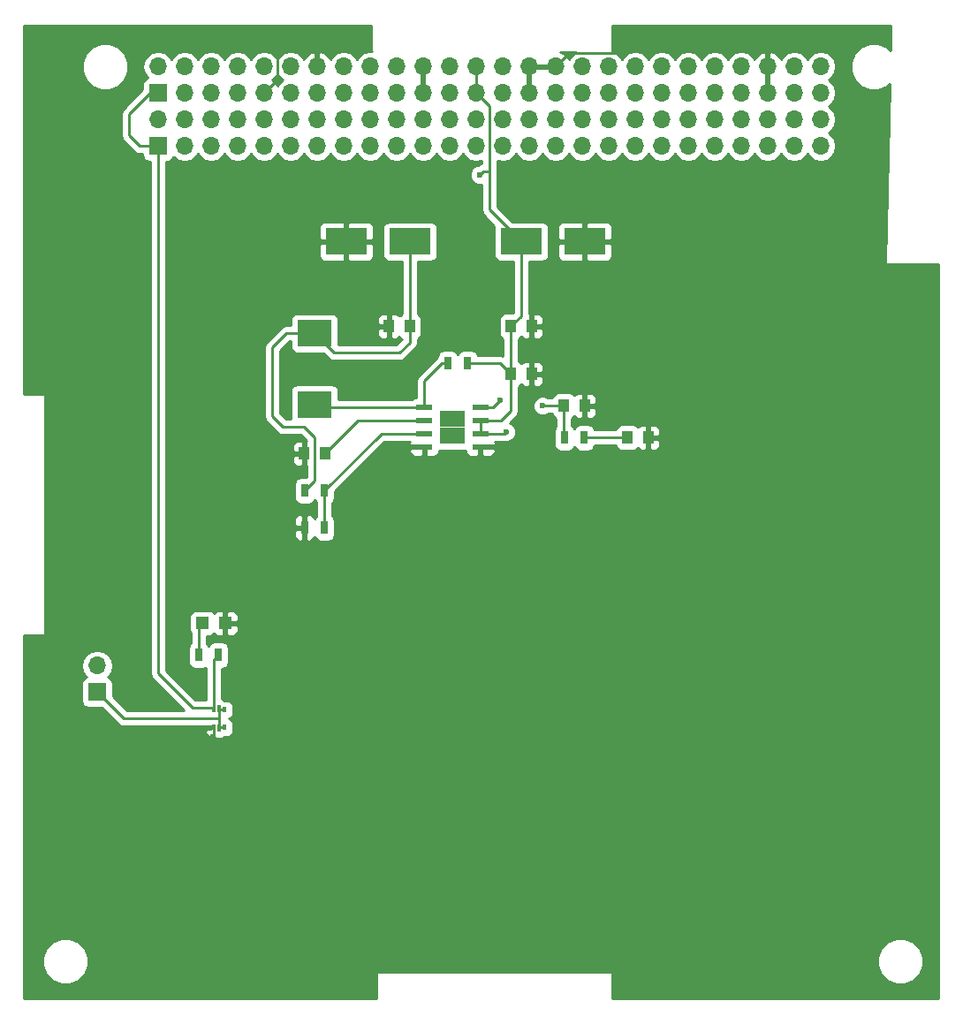
<source format=gbr>
G04 #@! TF.FileFunction,Copper,L1,Top,Signal*
%FSLAX46Y46*%
G04 Gerber Fmt 4.6, Leading zero omitted, Abs format (unit mm)*
G04 Created by KiCad (PCBNEW 4.0.7) date Sun Jul  1 21:42:18 2018*
%MOMM*%
%LPD*%
G01*
G04 APERTURE LIST*
%ADD10C,0.100000*%
%ADD11R,4.000000X2.500000*%
%ADD12R,1.000000X1.250000*%
%ADD13R,3.300000X2.500000*%
%ADD14R,1.200000X1.200000*%
%ADD15R,1.700000X1.700000*%
%ADD16O,1.700000X1.700000*%
%ADD17R,0.700000X1.300000*%
%ADD18R,1.550000X0.600000*%
%ADD19R,1.200000X1.600000*%
%ADD20R,0.375000X0.500000*%
%ADD21R,0.300000X0.650000*%
%ADD22C,0.600000*%
%ADD23C,0.250000*%
%ADD24C,0.254000*%
G04 APERTURE END LIST*
D10*
D11*
X152906000Y-70104000D03*
X159006000Y-70104000D03*
D12*
X151908000Y-78232000D03*
X153908000Y-78232000D03*
X163084000Y-88900000D03*
X165084000Y-88900000D03*
X153908000Y-82804000D03*
X151908000Y-82804000D03*
X156988000Y-85852000D03*
X158988000Y-85852000D03*
X132096000Y-90424000D03*
X134096000Y-90424000D03*
X142224000Y-78232000D03*
X140224000Y-78232000D03*
D11*
X142242000Y-70104000D03*
X136142000Y-70104000D03*
D13*
X133096000Y-78896000D03*
X133096000Y-85696000D03*
D14*
X122344000Y-106680000D03*
X124544000Y-106680000D03*
D15*
X118110000Y-60960000D03*
D16*
X118110000Y-58420000D03*
X120650000Y-60960000D03*
X120650000Y-58420000D03*
X123190000Y-60960000D03*
X123190000Y-58420000D03*
X125730000Y-60960000D03*
X125730000Y-58420000D03*
X128270000Y-60960000D03*
X128270000Y-58420000D03*
X130810000Y-60960000D03*
X130810000Y-58420000D03*
X133350000Y-60960000D03*
X133350000Y-58420000D03*
X135890000Y-60960000D03*
X135890000Y-58420000D03*
X138430000Y-60960000D03*
X138430000Y-58420000D03*
X140970000Y-60960000D03*
X140970000Y-58420000D03*
X143510000Y-60960000D03*
X143510000Y-58420000D03*
X146050000Y-60960000D03*
X146050000Y-58420000D03*
X148590000Y-60960000D03*
X148590000Y-58420000D03*
X151130000Y-60960000D03*
X151130000Y-58420000D03*
X153670000Y-60960000D03*
X153670000Y-58420000D03*
X156210000Y-60960000D03*
X156210000Y-58420000D03*
X158750000Y-60960000D03*
X158750000Y-58420000D03*
X161290000Y-60960000D03*
X161290000Y-58420000D03*
X163830000Y-60960000D03*
X163830000Y-58420000D03*
X166370000Y-60960000D03*
X166370000Y-58420000D03*
X168910000Y-60960000D03*
X168910000Y-58420000D03*
X171450000Y-60960000D03*
X171450000Y-58420000D03*
X173990000Y-60960000D03*
X173990000Y-58420000D03*
X176530000Y-60960000D03*
X176530000Y-58420000D03*
X179070000Y-60960000D03*
X179070000Y-58420000D03*
X181610000Y-60960000D03*
X181610000Y-58420000D03*
D15*
X118110000Y-55879995D03*
D16*
X118110000Y-53339995D03*
X120650000Y-55879995D03*
X120650000Y-53339995D03*
X123190000Y-55879995D03*
X123190000Y-53339995D03*
X125730000Y-55879995D03*
X125730000Y-53339995D03*
X128270000Y-55879995D03*
X128270000Y-53339995D03*
X130810000Y-55879995D03*
X130810000Y-53339995D03*
X133350000Y-55879995D03*
X133350000Y-53339995D03*
X135890000Y-55879995D03*
X135890000Y-53339995D03*
X138430000Y-55879995D03*
X138430000Y-53339995D03*
X140970000Y-55879995D03*
X140970000Y-53339995D03*
X143510000Y-55879995D03*
X143510000Y-53339995D03*
X146050000Y-55879995D03*
X146050000Y-53339995D03*
X148590000Y-55879995D03*
X148590000Y-53339995D03*
X151130000Y-55879995D03*
X151130000Y-53339995D03*
X153670000Y-55879995D03*
X153670000Y-53339995D03*
X156210000Y-55879995D03*
X156210000Y-53339995D03*
X158750000Y-55879995D03*
X158750000Y-53339995D03*
X161290000Y-55879995D03*
X161290000Y-53339995D03*
X163830000Y-55879995D03*
X163830000Y-53339995D03*
X166370000Y-55879995D03*
X166370000Y-53339995D03*
X168910000Y-55879995D03*
X168910000Y-53339995D03*
X171450000Y-55879995D03*
X171450000Y-53339995D03*
X173990000Y-55879995D03*
X173990000Y-53339995D03*
X176530000Y-55879995D03*
X176530000Y-53339995D03*
X179070000Y-55879995D03*
X179070000Y-53339995D03*
X181610000Y-55879995D03*
X181610000Y-53339995D03*
D15*
X112268000Y-113284000D03*
D16*
X112268000Y-110744000D03*
D17*
X147762000Y-81788000D03*
X145862000Y-81788000D03*
X132146000Y-93980000D03*
X134046000Y-93980000D03*
X134046000Y-97536000D03*
X132146000Y-97536000D03*
X157038000Y-88900000D03*
X158938000Y-88900000D03*
X123886000Y-109728000D03*
X121986000Y-109728000D03*
D18*
X149004000Y-89789000D03*
X149004000Y-88519000D03*
X149004000Y-87249000D03*
X149004000Y-85979000D03*
X143604000Y-85979000D03*
X143604000Y-87249000D03*
X143604000Y-88519000D03*
X143604000Y-89789000D03*
D19*
X145704000Y-87084000D03*
X145704000Y-88684000D03*
X146904000Y-87084000D03*
X146904000Y-88684000D03*
D20*
X124489500Y-114974000D03*
X123414500Y-114974000D03*
D21*
X123952000Y-116749000D03*
X123952000Y-114899000D03*
D20*
X123414500Y-116674000D03*
X124489500Y-116674000D03*
D22*
X148894800Y-63703200D03*
X151485600Y-88341200D03*
X123342400Y-117602000D03*
X129540000Y-50800000D03*
X137160000Y-50800000D03*
X162560000Y-51308000D03*
X154940000Y-85852000D03*
X150876000Y-85344000D03*
D23*
X149860000Y-63347600D02*
X149250400Y-63347600D01*
X149250400Y-63347600D02*
X148894800Y-63703200D01*
X149004000Y-88519000D02*
X151307800Y-88519000D01*
X151307800Y-88519000D02*
X151485600Y-88341200D01*
X147762000Y-81788000D02*
X150892000Y-81788000D01*
X150892000Y-81788000D02*
X151908000Y-82804000D01*
X149004000Y-87249000D02*
X149004000Y-88519000D01*
X151908000Y-82804000D02*
X151908000Y-86344000D01*
X151003000Y-87249000D02*
X149004000Y-87249000D01*
X151908000Y-86344000D02*
X151003000Y-87249000D01*
X151908000Y-78232000D02*
X151908000Y-82804000D01*
X152906000Y-70104000D02*
X152906000Y-77234000D01*
X152906000Y-77234000D02*
X151908000Y-78232000D01*
X149860000Y-64516000D02*
X149860000Y-67058000D01*
X149860000Y-67058000D02*
X152906000Y-70104000D01*
X148590000Y-53339995D02*
X148590000Y-55879995D01*
X148590000Y-55879995D02*
X149860000Y-57149995D01*
X149860000Y-57149995D02*
X149860000Y-63347600D01*
X149860000Y-63347600D02*
X149860000Y-64516000D01*
X149860000Y-64516000D02*
X149860000Y-64668400D01*
X123414500Y-116674000D02*
X123414500Y-117529900D01*
X123414500Y-117529900D02*
X123342400Y-117602000D01*
X128270000Y-55879995D02*
X129540000Y-54609995D01*
X129540000Y-54609995D02*
X129540000Y-50800000D01*
X156210000Y-53339995D02*
X157480000Y-52069995D01*
X161798005Y-52069995D02*
X162560000Y-51308000D01*
X157480000Y-52069995D02*
X161798005Y-52069995D01*
X158938000Y-88900000D02*
X163084000Y-88900000D01*
X156988000Y-85852000D02*
X156988000Y-88850000D01*
X156988000Y-88850000D02*
X157038000Y-88900000D01*
X149004000Y-85979000D02*
X150241000Y-85979000D01*
X154940000Y-85852000D02*
X156988000Y-85852000D01*
X150241000Y-85979000D02*
X150876000Y-85344000D01*
X134096000Y-90424000D02*
X137271000Y-87249000D01*
X137271000Y-87249000D02*
X143604000Y-87249000D01*
X132146000Y-93980000D02*
X133096000Y-93030000D01*
X130400000Y-78896000D02*
X133096000Y-78896000D01*
X129032000Y-80264000D02*
X130400000Y-78896000D01*
X129032000Y-86868000D02*
X129032000Y-80264000D01*
X130048000Y-87884000D02*
X129032000Y-86868000D01*
X132080000Y-87884000D02*
X130048000Y-87884000D01*
X133096000Y-88900000D02*
X132080000Y-87884000D01*
X133096000Y-93030000D02*
X133096000Y-88900000D01*
X142224000Y-78232000D02*
X142224000Y-70122000D01*
X142224000Y-70122000D02*
X142242000Y-70104000D01*
X133096000Y-78896000D02*
X134972000Y-80772000D01*
X142224000Y-79772000D02*
X142224000Y-78232000D01*
X141224000Y-80772000D02*
X142224000Y-79772000D01*
X134972000Y-80772000D02*
X141224000Y-80772000D01*
X143604000Y-85979000D02*
X133379000Y-85979000D01*
X133379000Y-85979000D02*
X133096000Y-85696000D01*
X145862000Y-81788000D02*
X145288000Y-81788000D01*
X143604000Y-83472000D02*
X143604000Y-85979000D01*
X145288000Y-81788000D02*
X143604000Y-83472000D01*
X121986000Y-109728000D02*
X121986000Y-107038000D01*
X121986000Y-107038000D02*
X122344000Y-106680000D01*
X123886000Y-109728000D02*
X123414500Y-110199500D01*
X123414500Y-110199500D02*
X123414500Y-114974000D01*
X122428000Y-114778500D02*
X123219000Y-114778500D01*
X123219000Y-114778500D02*
X123414500Y-114974000D01*
X118110000Y-60960000D02*
X118110000Y-111506000D01*
X121382500Y-114778500D02*
X122428000Y-114778500D01*
X122428000Y-114778500D02*
X122594000Y-114778500D01*
X118110000Y-111506000D02*
X121382500Y-114778500D01*
X118110000Y-55879995D02*
X117348005Y-55879995D01*
X117348005Y-55879995D02*
X115316000Y-57912000D01*
X115316000Y-57912000D02*
X115316000Y-59944000D01*
X115316000Y-59944000D02*
X116332000Y-60960000D01*
X116332000Y-60960000D02*
X118110000Y-60960000D01*
X123952000Y-115824000D02*
X114808000Y-115824000D01*
X114808000Y-115824000D02*
X112268000Y-113284000D01*
X123952000Y-116749000D02*
X123952000Y-115824000D01*
X123952000Y-115824000D02*
X123952000Y-114899000D01*
X124489500Y-116674000D02*
X124027000Y-116674000D01*
X124027000Y-116674000D02*
X123952000Y-116749000D01*
X124489500Y-114974000D02*
X124027000Y-114974000D01*
X124027000Y-114974000D02*
X123952000Y-114899000D01*
X134046000Y-93980000D02*
X134046000Y-97536000D01*
X134046000Y-93980000D02*
X139507000Y-88519000D01*
X139507000Y-88519000D02*
X143604000Y-88519000D01*
D24*
G36*
X138557000Y-51816000D02*
X138564420Y-51852640D01*
X138430000Y-51825902D01*
X137861715Y-51938941D01*
X137379946Y-52260848D01*
X137160000Y-52590021D01*
X136940054Y-52260848D01*
X136458285Y-51938941D01*
X135890000Y-51825902D01*
X135321715Y-51938941D01*
X134839946Y-52260848D01*
X134612298Y-52601548D01*
X134545183Y-52458637D01*
X134116924Y-52068350D01*
X133706890Y-51898519D01*
X133477000Y-52019840D01*
X133477000Y-53212995D01*
X133497000Y-53212995D01*
X133497000Y-53466995D01*
X133477000Y-53466995D01*
X133477000Y-53486995D01*
X133223000Y-53486995D01*
X133223000Y-53466995D01*
X133203000Y-53466995D01*
X133203000Y-53212995D01*
X133223000Y-53212995D01*
X133223000Y-52019840D01*
X132993110Y-51898519D01*
X132583076Y-52068350D01*
X132154817Y-52458637D01*
X132087702Y-52601548D01*
X131860054Y-52260848D01*
X131378285Y-51938941D01*
X130810000Y-51825902D01*
X130241715Y-51938941D01*
X129759946Y-52260848D01*
X129540000Y-52590021D01*
X129320054Y-52260848D01*
X128838285Y-51938941D01*
X128270000Y-51825902D01*
X127701715Y-51938941D01*
X127219946Y-52260848D01*
X127000000Y-52590021D01*
X126780054Y-52260848D01*
X126298285Y-51938941D01*
X125730000Y-51825902D01*
X125161715Y-51938941D01*
X124679946Y-52260848D01*
X124460000Y-52590021D01*
X124240054Y-52260848D01*
X123758285Y-51938941D01*
X123190000Y-51825902D01*
X122621715Y-51938941D01*
X122139946Y-52260848D01*
X121920000Y-52590021D01*
X121700054Y-52260848D01*
X121218285Y-51938941D01*
X120650000Y-51825902D01*
X120081715Y-51938941D01*
X119599946Y-52260848D01*
X119380000Y-52590021D01*
X119160054Y-52260848D01*
X118678285Y-51938941D01*
X118110000Y-51825902D01*
X117541715Y-51938941D01*
X117059946Y-52260848D01*
X116738039Y-52742617D01*
X116625000Y-53310902D01*
X116625000Y-53369088D01*
X116738039Y-53937373D01*
X117059946Y-54419142D01*
X117061179Y-54419966D01*
X117024683Y-54426833D01*
X116808559Y-54565905D01*
X116663569Y-54778105D01*
X116612560Y-55029995D01*
X116612560Y-55540638D01*
X114778599Y-57374599D01*
X114613852Y-57621161D01*
X114556000Y-57912000D01*
X114556000Y-59944000D01*
X114613852Y-60234839D01*
X114778599Y-60481401D01*
X115794599Y-61497401D01*
X116041161Y-61662148D01*
X116332000Y-61720000D01*
X116612560Y-61720000D01*
X116612560Y-61810000D01*
X116656838Y-62045317D01*
X116795910Y-62261441D01*
X117008110Y-62406431D01*
X117260000Y-62457440D01*
X117350000Y-62457440D01*
X117350000Y-111506000D01*
X117407852Y-111796839D01*
X117572599Y-112043401D01*
X120593198Y-115064000D01*
X115122802Y-115064000D01*
X113765440Y-113706638D01*
X113765440Y-112434000D01*
X113721162Y-112198683D01*
X113582090Y-111982559D01*
X113369890Y-111837569D01*
X113302459Y-111823914D01*
X113347147Y-111794054D01*
X113669054Y-111312285D01*
X113782093Y-110744000D01*
X113669054Y-110175715D01*
X113347147Y-109693946D01*
X112865378Y-109372039D01*
X112297093Y-109259000D01*
X112238907Y-109259000D01*
X111670622Y-109372039D01*
X111188853Y-109693946D01*
X110866946Y-110175715D01*
X110753907Y-110744000D01*
X110866946Y-111312285D01*
X111188853Y-111794054D01*
X111230452Y-111821850D01*
X111182683Y-111830838D01*
X110966559Y-111969910D01*
X110821569Y-112182110D01*
X110770560Y-112434000D01*
X110770560Y-114134000D01*
X110814838Y-114369317D01*
X110953910Y-114585441D01*
X111166110Y-114730431D01*
X111418000Y-114781440D01*
X112690638Y-114781440D01*
X114270599Y-116361401D01*
X114517160Y-116526148D01*
X114565414Y-116535746D01*
X114808000Y-116584000D01*
X123154560Y-116584000D01*
X123154560Y-116799000D01*
X122750750Y-116799000D01*
X122592000Y-116957750D01*
X122592000Y-117050309D01*
X122688673Y-117283698D01*
X122867301Y-117462327D01*
X123100690Y-117559000D01*
X123162000Y-117559000D01*
X123282174Y-117438826D01*
X123287498Y-117447100D01*
X123287498Y-117559000D01*
X123387025Y-117559000D01*
X123550110Y-117670431D01*
X123802000Y-117721440D01*
X124102000Y-117721440D01*
X124337317Y-117677162D01*
X124501614Y-117571440D01*
X124677000Y-117571440D01*
X124912317Y-117527162D01*
X125128441Y-117388090D01*
X125273431Y-117175890D01*
X125324440Y-116924000D01*
X125324440Y-116424000D01*
X125280162Y-116188683D01*
X125141090Y-115972559D01*
X124928890Y-115827569D01*
X124915803Y-115824919D01*
X125128441Y-115688090D01*
X125273431Y-115475890D01*
X125324440Y-115224000D01*
X125324440Y-114724000D01*
X125280162Y-114488683D01*
X125141090Y-114272559D01*
X124928890Y-114127569D01*
X124677000Y-114076560D01*
X124498768Y-114076560D01*
X124353890Y-113977569D01*
X124174500Y-113941242D01*
X124174500Y-111025440D01*
X124236000Y-111025440D01*
X124471317Y-110981162D01*
X124687441Y-110842090D01*
X124832431Y-110629890D01*
X124883440Y-110378000D01*
X124883440Y-109078000D01*
X124839162Y-108842683D01*
X124700090Y-108626559D01*
X124487890Y-108481569D01*
X124236000Y-108430560D01*
X123536000Y-108430560D01*
X123300683Y-108474838D01*
X123084559Y-108613910D01*
X122939569Y-108826110D01*
X122936919Y-108839197D01*
X122800090Y-108626559D01*
X122746000Y-108589601D01*
X122746000Y-107927440D01*
X122944000Y-107927440D01*
X123179317Y-107883162D01*
X123395441Y-107744090D01*
X123441969Y-107675994D01*
X123584302Y-107818327D01*
X123817691Y-107915000D01*
X124258250Y-107915000D01*
X124417000Y-107756250D01*
X124417000Y-106807000D01*
X124671000Y-106807000D01*
X124671000Y-107756250D01*
X124829750Y-107915000D01*
X125270309Y-107915000D01*
X125503698Y-107818327D01*
X125682327Y-107639699D01*
X125779000Y-107406310D01*
X125779000Y-106965750D01*
X125620250Y-106807000D01*
X124671000Y-106807000D01*
X124417000Y-106807000D01*
X124397000Y-106807000D01*
X124397000Y-106553000D01*
X124417000Y-106553000D01*
X124417000Y-105603750D01*
X124671000Y-105603750D01*
X124671000Y-106553000D01*
X125620250Y-106553000D01*
X125779000Y-106394250D01*
X125779000Y-105953690D01*
X125682327Y-105720301D01*
X125503698Y-105541673D01*
X125270309Y-105445000D01*
X124829750Y-105445000D01*
X124671000Y-105603750D01*
X124417000Y-105603750D01*
X124258250Y-105445000D01*
X123817691Y-105445000D01*
X123584302Y-105541673D01*
X123443064Y-105682910D01*
X123408090Y-105628559D01*
X123195890Y-105483569D01*
X122944000Y-105432560D01*
X121744000Y-105432560D01*
X121508683Y-105476838D01*
X121292559Y-105615910D01*
X121147569Y-105828110D01*
X121096560Y-106080000D01*
X121096560Y-107280000D01*
X121140838Y-107515317D01*
X121226000Y-107647662D01*
X121226000Y-108587243D01*
X121184559Y-108613910D01*
X121039569Y-108826110D01*
X120988560Y-109078000D01*
X120988560Y-110378000D01*
X121032838Y-110613317D01*
X121171910Y-110829441D01*
X121384110Y-110974431D01*
X121636000Y-111025440D01*
X122336000Y-111025440D01*
X122571317Y-110981162D01*
X122654500Y-110927635D01*
X122654500Y-114018500D01*
X121697302Y-114018500D01*
X118870000Y-111191198D01*
X118870000Y-97821750D01*
X131161000Y-97821750D01*
X131161000Y-98312310D01*
X131257673Y-98545699D01*
X131436302Y-98724327D01*
X131669691Y-98821000D01*
X131860250Y-98821000D01*
X132019000Y-98662250D01*
X132019000Y-97663000D01*
X131319750Y-97663000D01*
X131161000Y-97821750D01*
X118870000Y-97821750D01*
X118870000Y-96759690D01*
X131161000Y-96759690D01*
X131161000Y-97250250D01*
X131319750Y-97409000D01*
X132019000Y-97409000D01*
X132019000Y-96409750D01*
X131860250Y-96251000D01*
X131669691Y-96251000D01*
X131436302Y-96347673D01*
X131257673Y-96526301D01*
X131161000Y-96759690D01*
X118870000Y-96759690D01*
X118870000Y-90709750D01*
X130961000Y-90709750D01*
X130961000Y-91175310D01*
X131057673Y-91408699D01*
X131236302Y-91587327D01*
X131469691Y-91684000D01*
X131810250Y-91684000D01*
X131969000Y-91525250D01*
X131969000Y-90551000D01*
X131119750Y-90551000D01*
X130961000Y-90709750D01*
X118870000Y-90709750D01*
X118870000Y-89672690D01*
X130961000Y-89672690D01*
X130961000Y-90138250D01*
X131119750Y-90297000D01*
X131969000Y-90297000D01*
X131969000Y-89322750D01*
X131810250Y-89164000D01*
X131469691Y-89164000D01*
X131236302Y-89260673D01*
X131057673Y-89439301D01*
X130961000Y-89672690D01*
X118870000Y-89672690D01*
X118870000Y-70389750D01*
X133507000Y-70389750D01*
X133507000Y-71480310D01*
X133603673Y-71713699D01*
X133782302Y-71892327D01*
X134015691Y-71989000D01*
X135856250Y-71989000D01*
X136015000Y-71830250D01*
X136015000Y-70231000D01*
X136269000Y-70231000D01*
X136269000Y-71830250D01*
X136427750Y-71989000D01*
X138268309Y-71989000D01*
X138501698Y-71892327D01*
X138680327Y-71713699D01*
X138777000Y-71480310D01*
X138777000Y-70389750D01*
X138618250Y-70231000D01*
X136269000Y-70231000D01*
X136015000Y-70231000D01*
X133665750Y-70231000D01*
X133507000Y-70389750D01*
X118870000Y-70389750D01*
X118870000Y-68727690D01*
X133507000Y-68727690D01*
X133507000Y-69818250D01*
X133665750Y-69977000D01*
X136015000Y-69977000D01*
X136015000Y-68377750D01*
X136269000Y-68377750D01*
X136269000Y-69977000D01*
X138618250Y-69977000D01*
X138777000Y-69818250D01*
X138777000Y-68727690D01*
X138680327Y-68494301D01*
X138501698Y-68315673D01*
X138268309Y-68219000D01*
X136427750Y-68219000D01*
X136269000Y-68377750D01*
X136015000Y-68377750D01*
X135856250Y-68219000D01*
X134015691Y-68219000D01*
X133782302Y-68315673D01*
X133603673Y-68494301D01*
X133507000Y-68727690D01*
X118870000Y-68727690D01*
X118870000Y-62457440D01*
X118960000Y-62457440D01*
X119195317Y-62413162D01*
X119411441Y-62274090D01*
X119556431Y-62061890D01*
X119570086Y-61994459D01*
X119599946Y-62039147D01*
X120081715Y-62361054D01*
X120650000Y-62474093D01*
X121218285Y-62361054D01*
X121700054Y-62039147D01*
X121920000Y-61709974D01*
X122139946Y-62039147D01*
X122621715Y-62361054D01*
X123190000Y-62474093D01*
X123758285Y-62361054D01*
X124240054Y-62039147D01*
X124460000Y-61709974D01*
X124679946Y-62039147D01*
X125161715Y-62361054D01*
X125730000Y-62474093D01*
X126298285Y-62361054D01*
X126780054Y-62039147D01*
X127000000Y-61709974D01*
X127219946Y-62039147D01*
X127701715Y-62361054D01*
X128270000Y-62474093D01*
X128838285Y-62361054D01*
X129320054Y-62039147D01*
X129540000Y-61709974D01*
X129759946Y-62039147D01*
X130241715Y-62361054D01*
X130810000Y-62474093D01*
X131378285Y-62361054D01*
X131860054Y-62039147D01*
X132080000Y-61709974D01*
X132299946Y-62039147D01*
X132781715Y-62361054D01*
X133350000Y-62474093D01*
X133918285Y-62361054D01*
X134400054Y-62039147D01*
X134620000Y-61709974D01*
X134839946Y-62039147D01*
X135321715Y-62361054D01*
X135890000Y-62474093D01*
X136458285Y-62361054D01*
X136940054Y-62039147D01*
X137160000Y-61709974D01*
X137379946Y-62039147D01*
X137861715Y-62361054D01*
X138430000Y-62474093D01*
X138998285Y-62361054D01*
X139480054Y-62039147D01*
X139700000Y-61709974D01*
X139919946Y-62039147D01*
X140401715Y-62361054D01*
X140970000Y-62474093D01*
X141538285Y-62361054D01*
X142020054Y-62039147D01*
X142240000Y-61709974D01*
X142459946Y-62039147D01*
X142941715Y-62361054D01*
X143510000Y-62474093D01*
X144078285Y-62361054D01*
X144560054Y-62039147D01*
X144780000Y-61709974D01*
X144999946Y-62039147D01*
X145481715Y-62361054D01*
X146050000Y-62474093D01*
X146618285Y-62361054D01*
X147100054Y-62039147D01*
X147320000Y-61709974D01*
X147539946Y-62039147D01*
X148021715Y-62361054D01*
X148590000Y-62474093D01*
X149100000Y-62372648D01*
X149100000Y-62617517D01*
X148959560Y-62645452D01*
X148776011Y-62768096D01*
X148709633Y-62768038D01*
X148365857Y-62910083D01*
X148102608Y-63172873D01*
X147959962Y-63516401D01*
X147959638Y-63888367D01*
X148101683Y-64232143D01*
X148364473Y-64495392D01*
X148708001Y-64638038D01*
X149079967Y-64638362D01*
X149100000Y-64630085D01*
X149100000Y-67058000D01*
X149157852Y-67348839D01*
X149322599Y-67595401D01*
X150317581Y-68590383D01*
X150309569Y-68602110D01*
X150258560Y-68854000D01*
X150258560Y-71354000D01*
X150302838Y-71589317D01*
X150441910Y-71805441D01*
X150654110Y-71950431D01*
X150906000Y-72001440D01*
X152146000Y-72001440D01*
X152146000Y-76919198D01*
X152105638Y-76959560D01*
X151408000Y-76959560D01*
X151172683Y-77003838D01*
X150956559Y-77142910D01*
X150811569Y-77355110D01*
X150760560Y-77607000D01*
X150760560Y-78857000D01*
X150804838Y-79092317D01*
X150943910Y-79308441D01*
X151148000Y-79447890D01*
X151148000Y-81078922D01*
X150892000Y-81028000D01*
X148738742Y-81028000D01*
X148715162Y-80902683D01*
X148576090Y-80686559D01*
X148363890Y-80541569D01*
X148112000Y-80490560D01*
X147412000Y-80490560D01*
X147176683Y-80534838D01*
X146960559Y-80673910D01*
X146815569Y-80886110D01*
X146812919Y-80899197D01*
X146676090Y-80686559D01*
X146463890Y-80541569D01*
X146212000Y-80490560D01*
X145512000Y-80490560D01*
X145276683Y-80534838D01*
X145060559Y-80673910D01*
X144915569Y-80886110D01*
X144864560Y-81138000D01*
X144864560Y-81174453D01*
X144750599Y-81250599D01*
X143066599Y-82934599D01*
X142901852Y-83181161D01*
X142844000Y-83472000D01*
X142844000Y-85031560D01*
X142829000Y-85031560D01*
X142593683Y-85075838D01*
X142377559Y-85214910D01*
X142374764Y-85219000D01*
X135393440Y-85219000D01*
X135393440Y-84446000D01*
X135349162Y-84210683D01*
X135210090Y-83994559D01*
X134997890Y-83849569D01*
X134746000Y-83798560D01*
X131446000Y-83798560D01*
X131210683Y-83842838D01*
X130994559Y-83981910D01*
X130849569Y-84194110D01*
X130798560Y-84446000D01*
X130798560Y-86946000D01*
X130832053Y-87124000D01*
X130362802Y-87124000D01*
X129792000Y-86553198D01*
X129792000Y-80578802D01*
X130714802Y-79656000D01*
X130798560Y-79656000D01*
X130798560Y-80146000D01*
X130842838Y-80381317D01*
X130981910Y-80597441D01*
X131194110Y-80742431D01*
X131446000Y-80793440D01*
X133918638Y-80793440D01*
X134434599Y-81309401D01*
X134681161Y-81474148D01*
X134972000Y-81532000D01*
X141224000Y-81532000D01*
X141514839Y-81474148D01*
X141761401Y-81309401D01*
X142761401Y-80309401D01*
X142926148Y-80062839D01*
X142984000Y-79772000D01*
X142984000Y-79444279D01*
X143175441Y-79321090D01*
X143320431Y-79108890D01*
X143371440Y-78857000D01*
X143371440Y-77607000D01*
X143327162Y-77371683D01*
X143188090Y-77155559D01*
X142984000Y-77016110D01*
X142984000Y-72001440D01*
X144242000Y-72001440D01*
X144477317Y-71957162D01*
X144693441Y-71818090D01*
X144838431Y-71605890D01*
X144889440Y-71354000D01*
X144889440Y-68854000D01*
X144845162Y-68618683D01*
X144706090Y-68402559D01*
X144493890Y-68257569D01*
X144242000Y-68206560D01*
X140242000Y-68206560D01*
X140006683Y-68250838D01*
X139790559Y-68389910D01*
X139645569Y-68602110D01*
X139594560Y-68854000D01*
X139594560Y-71354000D01*
X139638838Y-71589317D01*
X139777910Y-71805441D01*
X139990110Y-71950431D01*
X140242000Y-72001440D01*
X141464000Y-72001440D01*
X141464000Y-77019721D01*
X141272559Y-77142910D01*
X141226031Y-77211006D01*
X141083698Y-77068673D01*
X140850309Y-76972000D01*
X140509750Y-76972000D01*
X140351000Y-77130750D01*
X140351000Y-78105000D01*
X140371000Y-78105000D01*
X140371000Y-78359000D01*
X140351000Y-78359000D01*
X140351000Y-79333250D01*
X140509750Y-79492000D01*
X140850309Y-79492000D01*
X141083698Y-79395327D01*
X141224936Y-79254090D01*
X141259910Y-79308441D01*
X141464000Y-79447890D01*
X141464000Y-79457198D01*
X140909198Y-80012000D01*
X135393440Y-80012000D01*
X135393440Y-78517750D01*
X139089000Y-78517750D01*
X139089000Y-78983310D01*
X139185673Y-79216699D01*
X139364302Y-79395327D01*
X139597691Y-79492000D01*
X139938250Y-79492000D01*
X140097000Y-79333250D01*
X140097000Y-78359000D01*
X139247750Y-78359000D01*
X139089000Y-78517750D01*
X135393440Y-78517750D01*
X135393440Y-77646000D01*
X135362335Y-77480690D01*
X139089000Y-77480690D01*
X139089000Y-77946250D01*
X139247750Y-78105000D01*
X140097000Y-78105000D01*
X140097000Y-77130750D01*
X139938250Y-76972000D01*
X139597691Y-76972000D01*
X139364302Y-77068673D01*
X139185673Y-77247301D01*
X139089000Y-77480690D01*
X135362335Y-77480690D01*
X135349162Y-77410683D01*
X135210090Y-77194559D01*
X134997890Y-77049569D01*
X134746000Y-76998560D01*
X131446000Y-76998560D01*
X131210683Y-77042838D01*
X130994559Y-77181910D01*
X130849569Y-77394110D01*
X130798560Y-77646000D01*
X130798560Y-78136000D01*
X130400000Y-78136000D01*
X130109161Y-78193852D01*
X129862599Y-78358599D01*
X128494599Y-79726599D01*
X128329852Y-79973161D01*
X128272000Y-80264000D01*
X128272000Y-86868000D01*
X128329852Y-87158839D01*
X128494599Y-87405401D01*
X129510599Y-88421401D01*
X129757161Y-88586148D01*
X130048000Y-88644000D01*
X131765198Y-88644000D01*
X132333474Y-89212276D01*
X132223000Y-89322750D01*
X132223000Y-90297000D01*
X132243000Y-90297000D01*
X132243000Y-90551000D01*
X132223000Y-90551000D01*
X132223000Y-91525250D01*
X132336000Y-91638250D01*
X132336000Y-92682560D01*
X131796000Y-92682560D01*
X131560683Y-92726838D01*
X131344559Y-92865910D01*
X131199569Y-93078110D01*
X131148560Y-93330000D01*
X131148560Y-94630000D01*
X131192838Y-94865317D01*
X131331910Y-95081441D01*
X131544110Y-95226431D01*
X131796000Y-95277440D01*
X132496000Y-95277440D01*
X132731317Y-95233162D01*
X132947441Y-95094090D01*
X133092431Y-94881890D01*
X133095081Y-94868803D01*
X133231910Y-95081441D01*
X133286000Y-95118399D01*
X133286000Y-96395243D01*
X133244559Y-96421910D01*
X133099569Y-96634110D01*
X133092809Y-96667490D01*
X133034327Y-96526301D01*
X132855698Y-96347673D01*
X132622309Y-96251000D01*
X132431750Y-96251000D01*
X132273000Y-96409750D01*
X132273000Y-97409000D01*
X132293000Y-97409000D01*
X132293000Y-97663000D01*
X132273000Y-97663000D01*
X132273000Y-98662250D01*
X132431750Y-98821000D01*
X132622309Y-98821000D01*
X132855698Y-98724327D01*
X133034327Y-98545699D01*
X133090654Y-98409713D01*
X133092838Y-98421317D01*
X133231910Y-98637441D01*
X133444110Y-98782431D01*
X133696000Y-98833440D01*
X134396000Y-98833440D01*
X134631317Y-98789162D01*
X134847441Y-98650090D01*
X134992431Y-98437890D01*
X135043440Y-98186000D01*
X135043440Y-96886000D01*
X134999162Y-96650683D01*
X134860090Y-96434559D01*
X134806000Y-96397601D01*
X134806000Y-95120757D01*
X134847441Y-95094090D01*
X134992431Y-94881890D01*
X135043440Y-94630000D01*
X135043440Y-94057362D01*
X139026052Y-90074750D01*
X142194000Y-90074750D01*
X142194000Y-90215310D01*
X142290673Y-90448699D01*
X142469302Y-90627327D01*
X142702691Y-90724000D01*
X143318250Y-90724000D01*
X143477000Y-90565250D01*
X143477000Y-89916000D01*
X142352750Y-89916000D01*
X142194000Y-90074750D01*
X139026052Y-90074750D01*
X139821802Y-89279000D01*
X142228666Y-89279000D01*
X142194000Y-89362690D01*
X142194000Y-89503250D01*
X142352750Y-89662000D01*
X143477000Y-89662000D01*
X143477000Y-89642000D01*
X143731000Y-89642000D01*
X143731000Y-89662000D01*
X143751000Y-89662000D01*
X143751000Y-89916000D01*
X143731000Y-89916000D01*
X143731000Y-90565250D01*
X143889750Y-90724000D01*
X144505309Y-90724000D01*
X144738698Y-90627327D01*
X144917327Y-90448699D01*
X145014000Y-90215310D01*
X145014000Y-90113215D01*
X145104000Y-90131440D01*
X147504000Y-90131440D01*
X147594000Y-90114505D01*
X147594000Y-90215310D01*
X147690673Y-90448699D01*
X147869302Y-90627327D01*
X148102691Y-90724000D01*
X148718250Y-90724000D01*
X148877000Y-90565250D01*
X148877000Y-89916000D01*
X149131000Y-89916000D01*
X149131000Y-90565250D01*
X149289750Y-90724000D01*
X149905309Y-90724000D01*
X150138698Y-90627327D01*
X150317327Y-90448699D01*
X150414000Y-90215310D01*
X150414000Y-90074750D01*
X150255250Y-89916000D01*
X149131000Y-89916000D01*
X148877000Y-89916000D01*
X148857000Y-89916000D01*
X148857000Y-89662000D01*
X148877000Y-89662000D01*
X148877000Y-89642000D01*
X149131000Y-89642000D01*
X149131000Y-89662000D01*
X150255250Y-89662000D01*
X150414000Y-89503250D01*
X150414000Y-89362690D01*
X150379334Y-89279000D01*
X151307800Y-89279000D01*
X151322587Y-89276059D01*
X151670767Y-89276362D01*
X152014543Y-89134317D01*
X152277792Y-88871527D01*
X152420438Y-88527999D01*
X152420762Y-88156033D01*
X152278717Y-87812257D01*
X152015927Y-87549008D01*
X151847663Y-87479139D01*
X152445401Y-86881401D01*
X152610148Y-86634840D01*
X152668000Y-86344000D01*
X152668000Y-86037167D01*
X154004838Y-86037167D01*
X154146883Y-86380943D01*
X154409673Y-86644192D01*
X154753201Y-86786838D01*
X155125167Y-86787162D01*
X155468943Y-86645117D01*
X155502118Y-86612000D01*
X155865962Y-86612000D01*
X155884838Y-86712317D01*
X156023910Y-86928441D01*
X156228000Y-87067890D01*
X156228000Y-87798437D01*
X156091569Y-87998110D01*
X156040560Y-88250000D01*
X156040560Y-89550000D01*
X156084838Y-89785317D01*
X156223910Y-90001441D01*
X156436110Y-90146431D01*
X156688000Y-90197440D01*
X157388000Y-90197440D01*
X157623317Y-90153162D01*
X157839441Y-90014090D01*
X157984431Y-89801890D01*
X157987081Y-89788803D01*
X158123910Y-90001441D01*
X158336110Y-90146431D01*
X158588000Y-90197440D01*
X159288000Y-90197440D01*
X159523317Y-90153162D01*
X159739441Y-90014090D01*
X159884431Y-89801890D01*
X159913164Y-89660000D01*
X161961962Y-89660000D01*
X161980838Y-89760317D01*
X162119910Y-89976441D01*
X162332110Y-90121431D01*
X162584000Y-90172440D01*
X163584000Y-90172440D01*
X163819317Y-90128162D01*
X164035441Y-89989090D01*
X164081969Y-89920994D01*
X164224302Y-90063327D01*
X164457691Y-90160000D01*
X164798250Y-90160000D01*
X164957000Y-90001250D01*
X164957000Y-89027000D01*
X165211000Y-89027000D01*
X165211000Y-90001250D01*
X165369750Y-90160000D01*
X165710309Y-90160000D01*
X165943698Y-90063327D01*
X166122327Y-89884699D01*
X166219000Y-89651310D01*
X166219000Y-89185750D01*
X166060250Y-89027000D01*
X165211000Y-89027000D01*
X164957000Y-89027000D01*
X164937000Y-89027000D01*
X164937000Y-88773000D01*
X164957000Y-88773000D01*
X164957000Y-87798750D01*
X165211000Y-87798750D01*
X165211000Y-88773000D01*
X166060250Y-88773000D01*
X166219000Y-88614250D01*
X166219000Y-88148690D01*
X166122327Y-87915301D01*
X165943698Y-87736673D01*
X165710309Y-87640000D01*
X165369750Y-87640000D01*
X165211000Y-87798750D01*
X164957000Y-87798750D01*
X164798250Y-87640000D01*
X164457691Y-87640000D01*
X164224302Y-87736673D01*
X164083064Y-87877910D01*
X164048090Y-87823559D01*
X163835890Y-87678569D01*
X163584000Y-87627560D01*
X162584000Y-87627560D01*
X162348683Y-87671838D01*
X162132559Y-87810910D01*
X161987569Y-88023110D01*
X161963898Y-88140000D01*
X159914742Y-88140000D01*
X159891162Y-88014683D01*
X159752090Y-87798559D01*
X159539890Y-87653569D01*
X159288000Y-87602560D01*
X158588000Y-87602560D01*
X158352683Y-87646838D01*
X158136559Y-87785910D01*
X157991569Y-87998110D01*
X157988919Y-88011197D01*
X157852090Y-87798559D01*
X157748000Y-87727437D01*
X157748000Y-87064279D01*
X157939441Y-86941090D01*
X157985969Y-86872994D01*
X158128302Y-87015327D01*
X158361691Y-87112000D01*
X158702250Y-87112000D01*
X158861000Y-86953250D01*
X158861000Y-85979000D01*
X159115000Y-85979000D01*
X159115000Y-86953250D01*
X159273750Y-87112000D01*
X159614309Y-87112000D01*
X159847698Y-87015327D01*
X160026327Y-86836699D01*
X160123000Y-86603310D01*
X160123000Y-86137750D01*
X159964250Y-85979000D01*
X159115000Y-85979000D01*
X158861000Y-85979000D01*
X158841000Y-85979000D01*
X158841000Y-85725000D01*
X158861000Y-85725000D01*
X158861000Y-84750750D01*
X159115000Y-84750750D01*
X159115000Y-85725000D01*
X159964250Y-85725000D01*
X160123000Y-85566250D01*
X160123000Y-85100690D01*
X160026327Y-84867301D01*
X159847698Y-84688673D01*
X159614309Y-84592000D01*
X159273750Y-84592000D01*
X159115000Y-84750750D01*
X158861000Y-84750750D01*
X158702250Y-84592000D01*
X158361691Y-84592000D01*
X158128302Y-84688673D01*
X157987064Y-84829910D01*
X157952090Y-84775559D01*
X157739890Y-84630569D01*
X157488000Y-84579560D01*
X156488000Y-84579560D01*
X156252683Y-84623838D01*
X156036559Y-84762910D01*
X155891569Y-84975110D01*
X155867898Y-85092000D01*
X155502463Y-85092000D01*
X155470327Y-85059808D01*
X155126799Y-84917162D01*
X154754833Y-84916838D01*
X154411057Y-85058883D01*
X154147808Y-85321673D01*
X154005162Y-85665201D01*
X154004838Y-86037167D01*
X152668000Y-86037167D01*
X152668000Y-84016279D01*
X152859441Y-83893090D01*
X152905969Y-83824994D01*
X153048302Y-83967327D01*
X153281691Y-84064000D01*
X153622250Y-84064000D01*
X153781000Y-83905250D01*
X153781000Y-82931000D01*
X154035000Y-82931000D01*
X154035000Y-83905250D01*
X154193750Y-84064000D01*
X154534309Y-84064000D01*
X154767698Y-83967327D01*
X154946327Y-83788699D01*
X155043000Y-83555310D01*
X155043000Y-83089750D01*
X154884250Y-82931000D01*
X154035000Y-82931000D01*
X153781000Y-82931000D01*
X153761000Y-82931000D01*
X153761000Y-82677000D01*
X153781000Y-82677000D01*
X153781000Y-81702750D01*
X154035000Y-81702750D01*
X154035000Y-82677000D01*
X154884250Y-82677000D01*
X155043000Y-82518250D01*
X155043000Y-82052690D01*
X154946327Y-81819301D01*
X154767698Y-81640673D01*
X154534309Y-81544000D01*
X154193750Y-81544000D01*
X154035000Y-81702750D01*
X153781000Y-81702750D01*
X153622250Y-81544000D01*
X153281691Y-81544000D01*
X153048302Y-81640673D01*
X152907064Y-81781910D01*
X152872090Y-81727559D01*
X152668000Y-81588110D01*
X152668000Y-79444279D01*
X152859441Y-79321090D01*
X152905969Y-79252994D01*
X153048302Y-79395327D01*
X153281691Y-79492000D01*
X153622250Y-79492000D01*
X153781000Y-79333250D01*
X153781000Y-78359000D01*
X154035000Y-78359000D01*
X154035000Y-79333250D01*
X154193750Y-79492000D01*
X154534309Y-79492000D01*
X154767698Y-79395327D01*
X154946327Y-79216699D01*
X155043000Y-78983310D01*
X155043000Y-78517750D01*
X154884250Y-78359000D01*
X154035000Y-78359000D01*
X153781000Y-78359000D01*
X153761000Y-78359000D01*
X153761000Y-78105000D01*
X153781000Y-78105000D01*
X153781000Y-77130750D01*
X154035000Y-77130750D01*
X154035000Y-78105000D01*
X154884250Y-78105000D01*
X155043000Y-77946250D01*
X155043000Y-77480690D01*
X154946327Y-77247301D01*
X154767698Y-77068673D01*
X154534309Y-76972000D01*
X154193750Y-76972000D01*
X154035000Y-77130750D01*
X153781000Y-77130750D01*
X153666000Y-77015750D01*
X153666000Y-72001440D01*
X154906000Y-72001440D01*
X155141317Y-71957162D01*
X155357441Y-71818090D01*
X155502431Y-71605890D01*
X155553440Y-71354000D01*
X155553440Y-70389750D01*
X156371000Y-70389750D01*
X156371000Y-71480310D01*
X156467673Y-71713699D01*
X156646302Y-71892327D01*
X156879691Y-71989000D01*
X158720250Y-71989000D01*
X158879000Y-71830250D01*
X158879000Y-70231000D01*
X159133000Y-70231000D01*
X159133000Y-71830250D01*
X159291750Y-71989000D01*
X161132309Y-71989000D01*
X161365698Y-71892327D01*
X161544327Y-71713699D01*
X161641000Y-71480310D01*
X161641000Y-70389750D01*
X161482250Y-70231000D01*
X159133000Y-70231000D01*
X158879000Y-70231000D01*
X156529750Y-70231000D01*
X156371000Y-70389750D01*
X155553440Y-70389750D01*
X155553440Y-68854000D01*
X155529674Y-68727690D01*
X156371000Y-68727690D01*
X156371000Y-69818250D01*
X156529750Y-69977000D01*
X158879000Y-69977000D01*
X158879000Y-68377750D01*
X159133000Y-68377750D01*
X159133000Y-69977000D01*
X161482250Y-69977000D01*
X161641000Y-69818250D01*
X161641000Y-68727690D01*
X161544327Y-68494301D01*
X161365698Y-68315673D01*
X161132309Y-68219000D01*
X159291750Y-68219000D01*
X159133000Y-68377750D01*
X158879000Y-68377750D01*
X158720250Y-68219000D01*
X156879691Y-68219000D01*
X156646302Y-68315673D01*
X156467673Y-68494301D01*
X156371000Y-68727690D01*
X155529674Y-68727690D01*
X155509162Y-68618683D01*
X155370090Y-68402559D01*
X155157890Y-68257569D01*
X154906000Y-68206560D01*
X152083362Y-68206560D01*
X150620000Y-66743198D01*
X150620000Y-62372648D01*
X151130000Y-62474093D01*
X151698285Y-62361054D01*
X152180054Y-62039147D01*
X152400000Y-61709974D01*
X152619946Y-62039147D01*
X153101715Y-62361054D01*
X153670000Y-62474093D01*
X154238285Y-62361054D01*
X154720054Y-62039147D01*
X154940000Y-61709974D01*
X155159946Y-62039147D01*
X155641715Y-62361054D01*
X156210000Y-62474093D01*
X156778285Y-62361054D01*
X157260054Y-62039147D01*
X157480000Y-61709974D01*
X157699946Y-62039147D01*
X158181715Y-62361054D01*
X158750000Y-62474093D01*
X159318285Y-62361054D01*
X159800054Y-62039147D01*
X160020000Y-61709974D01*
X160239946Y-62039147D01*
X160721715Y-62361054D01*
X161290000Y-62474093D01*
X161858285Y-62361054D01*
X162340054Y-62039147D01*
X162560000Y-61709974D01*
X162779946Y-62039147D01*
X163261715Y-62361054D01*
X163830000Y-62474093D01*
X164398285Y-62361054D01*
X164880054Y-62039147D01*
X165100000Y-61709974D01*
X165319946Y-62039147D01*
X165801715Y-62361054D01*
X166370000Y-62474093D01*
X166938285Y-62361054D01*
X167420054Y-62039147D01*
X167640000Y-61709974D01*
X167859946Y-62039147D01*
X168341715Y-62361054D01*
X168910000Y-62474093D01*
X169478285Y-62361054D01*
X169960054Y-62039147D01*
X170180000Y-61709974D01*
X170399946Y-62039147D01*
X170881715Y-62361054D01*
X171450000Y-62474093D01*
X172018285Y-62361054D01*
X172500054Y-62039147D01*
X172720000Y-61709974D01*
X172939946Y-62039147D01*
X173421715Y-62361054D01*
X173990000Y-62474093D01*
X174558285Y-62361054D01*
X175040054Y-62039147D01*
X175260000Y-61709974D01*
X175479946Y-62039147D01*
X175961715Y-62361054D01*
X176530000Y-62474093D01*
X177098285Y-62361054D01*
X177580054Y-62039147D01*
X177800000Y-61709974D01*
X178019946Y-62039147D01*
X178501715Y-62361054D01*
X179070000Y-62474093D01*
X179638285Y-62361054D01*
X180120054Y-62039147D01*
X180340000Y-61709974D01*
X180559946Y-62039147D01*
X181041715Y-62361054D01*
X181610000Y-62474093D01*
X182178285Y-62361054D01*
X182660054Y-62039147D01*
X182981961Y-61557378D01*
X183095000Y-60989093D01*
X183095000Y-60930907D01*
X182981961Y-60362622D01*
X182660054Y-59880853D01*
X182374422Y-59690000D01*
X182660054Y-59499147D01*
X182981961Y-59017378D01*
X183095000Y-58449093D01*
X183095000Y-58390907D01*
X182981961Y-57822622D01*
X182660054Y-57340853D01*
X182374418Y-57149997D01*
X182660054Y-56959142D01*
X182981961Y-56477373D01*
X183095000Y-55909088D01*
X183095000Y-55850902D01*
X182981961Y-55282617D01*
X182660054Y-54800848D01*
X182374422Y-54609995D01*
X182660054Y-54419142D01*
X182981961Y-53937373D01*
X183095000Y-53369088D01*
X183095000Y-53310902D01*
X182981961Y-52742617D01*
X182660054Y-52260848D01*
X182178285Y-51938941D01*
X181610000Y-51825902D01*
X181041715Y-51938941D01*
X180559946Y-52260848D01*
X180340000Y-52590021D01*
X180120054Y-52260848D01*
X179638285Y-51938941D01*
X179070000Y-51825902D01*
X178501715Y-51938941D01*
X178019946Y-52260848D01*
X177792298Y-52601548D01*
X177725183Y-52458637D01*
X177296924Y-52068350D01*
X176886890Y-51898519D01*
X176657000Y-52019840D01*
X176657000Y-53212995D01*
X176677000Y-53212995D01*
X176677000Y-53466995D01*
X176657000Y-53466995D01*
X176657000Y-55752995D01*
X176677000Y-55752995D01*
X176677000Y-56006995D01*
X176657000Y-56006995D01*
X176657000Y-56026995D01*
X176403000Y-56026995D01*
X176403000Y-56006995D01*
X176383000Y-56006995D01*
X176383000Y-55752995D01*
X176403000Y-55752995D01*
X176403000Y-53466995D01*
X176383000Y-53466995D01*
X176383000Y-53212995D01*
X176403000Y-53212995D01*
X176403000Y-52019840D01*
X176173110Y-51898519D01*
X175763076Y-52068350D01*
X175334817Y-52458637D01*
X175267702Y-52601548D01*
X175040054Y-52260848D01*
X174558285Y-51938941D01*
X173990000Y-51825902D01*
X173421715Y-51938941D01*
X172939946Y-52260848D01*
X172720000Y-52590021D01*
X172500054Y-52260848D01*
X172018285Y-51938941D01*
X171450000Y-51825902D01*
X170881715Y-51938941D01*
X170399946Y-52260848D01*
X170180000Y-52590021D01*
X169960054Y-52260848D01*
X169478285Y-51938941D01*
X168910000Y-51825902D01*
X168341715Y-51938941D01*
X167859946Y-52260848D01*
X167640000Y-52590021D01*
X167420054Y-52260848D01*
X166938285Y-51938941D01*
X166370000Y-51825902D01*
X165801715Y-51938941D01*
X165319946Y-52260848D01*
X165100000Y-52590021D01*
X164880054Y-52260848D01*
X164398285Y-51938941D01*
X163830000Y-51825902D01*
X163261715Y-51938941D01*
X162779946Y-52260848D01*
X162560000Y-52590021D01*
X162340054Y-52260848D01*
X161858285Y-51938941D01*
X161640751Y-51895671D01*
X161662315Y-51862159D01*
X161671000Y-51816000D01*
X161671000Y-49403000D01*
X188338146Y-49403000D01*
X188285442Y-51774699D01*
X187957679Y-51446364D01*
X187136519Y-51105389D01*
X186247381Y-51104613D01*
X185425628Y-51444155D01*
X184796364Y-52072321D01*
X184455389Y-52893481D01*
X184454613Y-53782619D01*
X184794155Y-54604372D01*
X185422321Y-55233636D01*
X186243481Y-55574611D01*
X187132619Y-55575387D01*
X187954372Y-55235845D01*
X188214293Y-54976377D01*
X187833031Y-72133178D01*
X187841937Y-72182799D01*
X187869446Y-72225045D01*
X187911224Y-72253260D01*
X187960000Y-72263000D01*
X192913000Y-72263000D01*
X192913000Y-142621000D01*
X161671000Y-142621000D01*
X161671000Y-140208000D01*
X161660994Y-140158590D01*
X161632553Y-140116965D01*
X161590159Y-140089685D01*
X161544000Y-140081000D01*
X139192000Y-140081000D01*
X139142590Y-140091006D01*
X139100965Y-140119447D01*
X139073685Y-140161841D01*
X139065000Y-140208000D01*
X139065000Y-142621000D01*
X105283000Y-142621000D01*
X105283000Y-139512619D01*
X106984613Y-139512619D01*
X107324155Y-140334372D01*
X107952321Y-140963636D01*
X108773481Y-141304611D01*
X109662619Y-141305387D01*
X110484372Y-140965845D01*
X111113636Y-140337679D01*
X111454611Y-139516519D01*
X111454614Y-139512619D01*
X186994613Y-139512619D01*
X187334155Y-140334372D01*
X187962321Y-140963636D01*
X188783481Y-141304611D01*
X189672619Y-141305387D01*
X190494372Y-140965845D01*
X191123636Y-140337679D01*
X191464611Y-139516519D01*
X191465387Y-138627381D01*
X191125845Y-137805628D01*
X190497679Y-137176364D01*
X189676519Y-136835389D01*
X188787381Y-136834613D01*
X187965628Y-137174155D01*
X187336364Y-137802321D01*
X186995389Y-138623481D01*
X186994613Y-139512619D01*
X111454614Y-139512619D01*
X111455387Y-138627381D01*
X111115845Y-137805628D01*
X110487679Y-137176364D01*
X109666519Y-136835389D01*
X108777381Y-136834613D01*
X107955628Y-137174155D01*
X107326364Y-137802321D01*
X106985389Y-138623481D01*
X106984613Y-139512619D01*
X105283000Y-139512619D01*
X105283000Y-107823000D01*
X107188000Y-107823000D01*
X107237410Y-107812994D01*
X107279035Y-107784553D01*
X107306315Y-107742159D01*
X107315000Y-107696000D01*
X107315000Y-84836000D01*
X107304994Y-84786590D01*
X107276553Y-84744965D01*
X107234159Y-84717685D01*
X107188000Y-84709000D01*
X105283000Y-84709000D01*
X105283000Y-53782619D01*
X110794613Y-53782619D01*
X111134155Y-54604372D01*
X111762321Y-55233636D01*
X112583481Y-55574611D01*
X113472619Y-55575387D01*
X114294372Y-55235845D01*
X114923636Y-54607679D01*
X115264611Y-53786519D01*
X115265387Y-52897381D01*
X114925845Y-52075628D01*
X114297679Y-51446364D01*
X113476519Y-51105389D01*
X112587381Y-51104613D01*
X111765628Y-51444155D01*
X111136364Y-52072321D01*
X110795389Y-52893481D01*
X110794613Y-53782619D01*
X105283000Y-53782619D01*
X105283000Y-49403000D01*
X138557000Y-49403000D01*
X138557000Y-51816000D01*
X138557000Y-51816000D01*
G37*
X138557000Y-51816000D02*
X138564420Y-51852640D01*
X138430000Y-51825902D01*
X137861715Y-51938941D01*
X137379946Y-52260848D01*
X137160000Y-52590021D01*
X136940054Y-52260848D01*
X136458285Y-51938941D01*
X135890000Y-51825902D01*
X135321715Y-51938941D01*
X134839946Y-52260848D01*
X134612298Y-52601548D01*
X134545183Y-52458637D01*
X134116924Y-52068350D01*
X133706890Y-51898519D01*
X133477000Y-52019840D01*
X133477000Y-53212995D01*
X133497000Y-53212995D01*
X133497000Y-53466995D01*
X133477000Y-53466995D01*
X133477000Y-53486995D01*
X133223000Y-53486995D01*
X133223000Y-53466995D01*
X133203000Y-53466995D01*
X133203000Y-53212995D01*
X133223000Y-53212995D01*
X133223000Y-52019840D01*
X132993110Y-51898519D01*
X132583076Y-52068350D01*
X132154817Y-52458637D01*
X132087702Y-52601548D01*
X131860054Y-52260848D01*
X131378285Y-51938941D01*
X130810000Y-51825902D01*
X130241715Y-51938941D01*
X129759946Y-52260848D01*
X129540000Y-52590021D01*
X129320054Y-52260848D01*
X128838285Y-51938941D01*
X128270000Y-51825902D01*
X127701715Y-51938941D01*
X127219946Y-52260848D01*
X127000000Y-52590021D01*
X126780054Y-52260848D01*
X126298285Y-51938941D01*
X125730000Y-51825902D01*
X125161715Y-51938941D01*
X124679946Y-52260848D01*
X124460000Y-52590021D01*
X124240054Y-52260848D01*
X123758285Y-51938941D01*
X123190000Y-51825902D01*
X122621715Y-51938941D01*
X122139946Y-52260848D01*
X121920000Y-52590021D01*
X121700054Y-52260848D01*
X121218285Y-51938941D01*
X120650000Y-51825902D01*
X120081715Y-51938941D01*
X119599946Y-52260848D01*
X119380000Y-52590021D01*
X119160054Y-52260848D01*
X118678285Y-51938941D01*
X118110000Y-51825902D01*
X117541715Y-51938941D01*
X117059946Y-52260848D01*
X116738039Y-52742617D01*
X116625000Y-53310902D01*
X116625000Y-53369088D01*
X116738039Y-53937373D01*
X117059946Y-54419142D01*
X117061179Y-54419966D01*
X117024683Y-54426833D01*
X116808559Y-54565905D01*
X116663569Y-54778105D01*
X116612560Y-55029995D01*
X116612560Y-55540638D01*
X114778599Y-57374599D01*
X114613852Y-57621161D01*
X114556000Y-57912000D01*
X114556000Y-59944000D01*
X114613852Y-60234839D01*
X114778599Y-60481401D01*
X115794599Y-61497401D01*
X116041161Y-61662148D01*
X116332000Y-61720000D01*
X116612560Y-61720000D01*
X116612560Y-61810000D01*
X116656838Y-62045317D01*
X116795910Y-62261441D01*
X117008110Y-62406431D01*
X117260000Y-62457440D01*
X117350000Y-62457440D01*
X117350000Y-111506000D01*
X117407852Y-111796839D01*
X117572599Y-112043401D01*
X120593198Y-115064000D01*
X115122802Y-115064000D01*
X113765440Y-113706638D01*
X113765440Y-112434000D01*
X113721162Y-112198683D01*
X113582090Y-111982559D01*
X113369890Y-111837569D01*
X113302459Y-111823914D01*
X113347147Y-111794054D01*
X113669054Y-111312285D01*
X113782093Y-110744000D01*
X113669054Y-110175715D01*
X113347147Y-109693946D01*
X112865378Y-109372039D01*
X112297093Y-109259000D01*
X112238907Y-109259000D01*
X111670622Y-109372039D01*
X111188853Y-109693946D01*
X110866946Y-110175715D01*
X110753907Y-110744000D01*
X110866946Y-111312285D01*
X111188853Y-111794054D01*
X111230452Y-111821850D01*
X111182683Y-111830838D01*
X110966559Y-111969910D01*
X110821569Y-112182110D01*
X110770560Y-112434000D01*
X110770560Y-114134000D01*
X110814838Y-114369317D01*
X110953910Y-114585441D01*
X111166110Y-114730431D01*
X111418000Y-114781440D01*
X112690638Y-114781440D01*
X114270599Y-116361401D01*
X114517160Y-116526148D01*
X114565414Y-116535746D01*
X114808000Y-116584000D01*
X123154560Y-116584000D01*
X123154560Y-116799000D01*
X122750750Y-116799000D01*
X122592000Y-116957750D01*
X122592000Y-117050309D01*
X122688673Y-117283698D01*
X122867301Y-117462327D01*
X123100690Y-117559000D01*
X123162000Y-117559000D01*
X123282174Y-117438826D01*
X123287498Y-117447100D01*
X123287498Y-117559000D01*
X123387025Y-117559000D01*
X123550110Y-117670431D01*
X123802000Y-117721440D01*
X124102000Y-117721440D01*
X124337317Y-117677162D01*
X124501614Y-117571440D01*
X124677000Y-117571440D01*
X124912317Y-117527162D01*
X125128441Y-117388090D01*
X125273431Y-117175890D01*
X125324440Y-116924000D01*
X125324440Y-116424000D01*
X125280162Y-116188683D01*
X125141090Y-115972559D01*
X124928890Y-115827569D01*
X124915803Y-115824919D01*
X125128441Y-115688090D01*
X125273431Y-115475890D01*
X125324440Y-115224000D01*
X125324440Y-114724000D01*
X125280162Y-114488683D01*
X125141090Y-114272559D01*
X124928890Y-114127569D01*
X124677000Y-114076560D01*
X124498768Y-114076560D01*
X124353890Y-113977569D01*
X124174500Y-113941242D01*
X124174500Y-111025440D01*
X124236000Y-111025440D01*
X124471317Y-110981162D01*
X124687441Y-110842090D01*
X124832431Y-110629890D01*
X124883440Y-110378000D01*
X124883440Y-109078000D01*
X124839162Y-108842683D01*
X124700090Y-108626559D01*
X124487890Y-108481569D01*
X124236000Y-108430560D01*
X123536000Y-108430560D01*
X123300683Y-108474838D01*
X123084559Y-108613910D01*
X122939569Y-108826110D01*
X122936919Y-108839197D01*
X122800090Y-108626559D01*
X122746000Y-108589601D01*
X122746000Y-107927440D01*
X122944000Y-107927440D01*
X123179317Y-107883162D01*
X123395441Y-107744090D01*
X123441969Y-107675994D01*
X123584302Y-107818327D01*
X123817691Y-107915000D01*
X124258250Y-107915000D01*
X124417000Y-107756250D01*
X124417000Y-106807000D01*
X124671000Y-106807000D01*
X124671000Y-107756250D01*
X124829750Y-107915000D01*
X125270309Y-107915000D01*
X125503698Y-107818327D01*
X125682327Y-107639699D01*
X125779000Y-107406310D01*
X125779000Y-106965750D01*
X125620250Y-106807000D01*
X124671000Y-106807000D01*
X124417000Y-106807000D01*
X124397000Y-106807000D01*
X124397000Y-106553000D01*
X124417000Y-106553000D01*
X124417000Y-105603750D01*
X124671000Y-105603750D01*
X124671000Y-106553000D01*
X125620250Y-106553000D01*
X125779000Y-106394250D01*
X125779000Y-105953690D01*
X125682327Y-105720301D01*
X125503698Y-105541673D01*
X125270309Y-105445000D01*
X124829750Y-105445000D01*
X124671000Y-105603750D01*
X124417000Y-105603750D01*
X124258250Y-105445000D01*
X123817691Y-105445000D01*
X123584302Y-105541673D01*
X123443064Y-105682910D01*
X123408090Y-105628559D01*
X123195890Y-105483569D01*
X122944000Y-105432560D01*
X121744000Y-105432560D01*
X121508683Y-105476838D01*
X121292559Y-105615910D01*
X121147569Y-105828110D01*
X121096560Y-106080000D01*
X121096560Y-107280000D01*
X121140838Y-107515317D01*
X121226000Y-107647662D01*
X121226000Y-108587243D01*
X121184559Y-108613910D01*
X121039569Y-108826110D01*
X120988560Y-109078000D01*
X120988560Y-110378000D01*
X121032838Y-110613317D01*
X121171910Y-110829441D01*
X121384110Y-110974431D01*
X121636000Y-111025440D01*
X122336000Y-111025440D01*
X122571317Y-110981162D01*
X122654500Y-110927635D01*
X122654500Y-114018500D01*
X121697302Y-114018500D01*
X118870000Y-111191198D01*
X118870000Y-97821750D01*
X131161000Y-97821750D01*
X131161000Y-98312310D01*
X131257673Y-98545699D01*
X131436302Y-98724327D01*
X131669691Y-98821000D01*
X131860250Y-98821000D01*
X132019000Y-98662250D01*
X132019000Y-97663000D01*
X131319750Y-97663000D01*
X131161000Y-97821750D01*
X118870000Y-97821750D01*
X118870000Y-96759690D01*
X131161000Y-96759690D01*
X131161000Y-97250250D01*
X131319750Y-97409000D01*
X132019000Y-97409000D01*
X132019000Y-96409750D01*
X131860250Y-96251000D01*
X131669691Y-96251000D01*
X131436302Y-96347673D01*
X131257673Y-96526301D01*
X131161000Y-96759690D01*
X118870000Y-96759690D01*
X118870000Y-90709750D01*
X130961000Y-90709750D01*
X130961000Y-91175310D01*
X131057673Y-91408699D01*
X131236302Y-91587327D01*
X131469691Y-91684000D01*
X131810250Y-91684000D01*
X131969000Y-91525250D01*
X131969000Y-90551000D01*
X131119750Y-90551000D01*
X130961000Y-90709750D01*
X118870000Y-90709750D01*
X118870000Y-89672690D01*
X130961000Y-89672690D01*
X130961000Y-90138250D01*
X131119750Y-90297000D01*
X131969000Y-90297000D01*
X131969000Y-89322750D01*
X131810250Y-89164000D01*
X131469691Y-89164000D01*
X131236302Y-89260673D01*
X131057673Y-89439301D01*
X130961000Y-89672690D01*
X118870000Y-89672690D01*
X118870000Y-70389750D01*
X133507000Y-70389750D01*
X133507000Y-71480310D01*
X133603673Y-71713699D01*
X133782302Y-71892327D01*
X134015691Y-71989000D01*
X135856250Y-71989000D01*
X136015000Y-71830250D01*
X136015000Y-70231000D01*
X136269000Y-70231000D01*
X136269000Y-71830250D01*
X136427750Y-71989000D01*
X138268309Y-71989000D01*
X138501698Y-71892327D01*
X138680327Y-71713699D01*
X138777000Y-71480310D01*
X138777000Y-70389750D01*
X138618250Y-70231000D01*
X136269000Y-70231000D01*
X136015000Y-70231000D01*
X133665750Y-70231000D01*
X133507000Y-70389750D01*
X118870000Y-70389750D01*
X118870000Y-68727690D01*
X133507000Y-68727690D01*
X133507000Y-69818250D01*
X133665750Y-69977000D01*
X136015000Y-69977000D01*
X136015000Y-68377750D01*
X136269000Y-68377750D01*
X136269000Y-69977000D01*
X138618250Y-69977000D01*
X138777000Y-69818250D01*
X138777000Y-68727690D01*
X138680327Y-68494301D01*
X138501698Y-68315673D01*
X138268309Y-68219000D01*
X136427750Y-68219000D01*
X136269000Y-68377750D01*
X136015000Y-68377750D01*
X135856250Y-68219000D01*
X134015691Y-68219000D01*
X133782302Y-68315673D01*
X133603673Y-68494301D01*
X133507000Y-68727690D01*
X118870000Y-68727690D01*
X118870000Y-62457440D01*
X118960000Y-62457440D01*
X119195317Y-62413162D01*
X119411441Y-62274090D01*
X119556431Y-62061890D01*
X119570086Y-61994459D01*
X119599946Y-62039147D01*
X120081715Y-62361054D01*
X120650000Y-62474093D01*
X121218285Y-62361054D01*
X121700054Y-62039147D01*
X121920000Y-61709974D01*
X122139946Y-62039147D01*
X122621715Y-62361054D01*
X123190000Y-62474093D01*
X123758285Y-62361054D01*
X124240054Y-62039147D01*
X124460000Y-61709974D01*
X124679946Y-62039147D01*
X125161715Y-62361054D01*
X125730000Y-62474093D01*
X126298285Y-62361054D01*
X126780054Y-62039147D01*
X127000000Y-61709974D01*
X127219946Y-62039147D01*
X127701715Y-62361054D01*
X128270000Y-62474093D01*
X128838285Y-62361054D01*
X129320054Y-62039147D01*
X129540000Y-61709974D01*
X129759946Y-62039147D01*
X130241715Y-62361054D01*
X130810000Y-62474093D01*
X131378285Y-62361054D01*
X131860054Y-62039147D01*
X132080000Y-61709974D01*
X132299946Y-62039147D01*
X132781715Y-62361054D01*
X133350000Y-62474093D01*
X133918285Y-62361054D01*
X134400054Y-62039147D01*
X134620000Y-61709974D01*
X134839946Y-62039147D01*
X135321715Y-62361054D01*
X135890000Y-62474093D01*
X136458285Y-62361054D01*
X136940054Y-62039147D01*
X137160000Y-61709974D01*
X137379946Y-62039147D01*
X137861715Y-62361054D01*
X138430000Y-62474093D01*
X138998285Y-62361054D01*
X139480054Y-62039147D01*
X139700000Y-61709974D01*
X139919946Y-62039147D01*
X140401715Y-62361054D01*
X140970000Y-62474093D01*
X141538285Y-62361054D01*
X142020054Y-62039147D01*
X142240000Y-61709974D01*
X142459946Y-62039147D01*
X142941715Y-62361054D01*
X143510000Y-62474093D01*
X144078285Y-62361054D01*
X144560054Y-62039147D01*
X144780000Y-61709974D01*
X144999946Y-62039147D01*
X145481715Y-62361054D01*
X146050000Y-62474093D01*
X146618285Y-62361054D01*
X147100054Y-62039147D01*
X147320000Y-61709974D01*
X147539946Y-62039147D01*
X148021715Y-62361054D01*
X148590000Y-62474093D01*
X149100000Y-62372648D01*
X149100000Y-62617517D01*
X148959560Y-62645452D01*
X148776011Y-62768096D01*
X148709633Y-62768038D01*
X148365857Y-62910083D01*
X148102608Y-63172873D01*
X147959962Y-63516401D01*
X147959638Y-63888367D01*
X148101683Y-64232143D01*
X148364473Y-64495392D01*
X148708001Y-64638038D01*
X149079967Y-64638362D01*
X149100000Y-64630085D01*
X149100000Y-67058000D01*
X149157852Y-67348839D01*
X149322599Y-67595401D01*
X150317581Y-68590383D01*
X150309569Y-68602110D01*
X150258560Y-68854000D01*
X150258560Y-71354000D01*
X150302838Y-71589317D01*
X150441910Y-71805441D01*
X150654110Y-71950431D01*
X150906000Y-72001440D01*
X152146000Y-72001440D01*
X152146000Y-76919198D01*
X152105638Y-76959560D01*
X151408000Y-76959560D01*
X151172683Y-77003838D01*
X150956559Y-77142910D01*
X150811569Y-77355110D01*
X150760560Y-77607000D01*
X150760560Y-78857000D01*
X150804838Y-79092317D01*
X150943910Y-79308441D01*
X151148000Y-79447890D01*
X151148000Y-81078922D01*
X150892000Y-81028000D01*
X148738742Y-81028000D01*
X148715162Y-80902683D01*
X148576090Y-80686559D01*
X148363890Y-80541569D01*
X148112000Y-80490560D01*
X147412000Y-80490560D01*
X147176683Y-80534838D01*
X146960559Y-80673910D01*
X146815569Y-80886110D01*
X146812919Y-80899197D01*
X146676090Y-80686559D01*
X146463890Y-80541569D01*
X146212000Y-80490560D01*
X145512000Y-80490560D01*
X145276683Y-80534838D01*
X145060559Y-80673910D01*
X144915569Y-80886110D01*
X144864560Y-81138000D01*
X144864560Y-81174453D01*
X144750599Y-81250599D01*
X143066599Y-82934599D01*
X142901852Y-83181161D01*
X142844000Y-83472000D01*
X142844000Y-85031560D01*
X142829000Y-85031560D01*
X142593683Y-85075838D01*
X142377559Y-85214910D01*
X142374764Y-85219000D01*
X135393440Y-85219000D01*
X135393440Y-84446000D01*
X135349162Y-84210683D01*
X135210090Y-83994559D01*
X134997890Y-83849569D01*
X134746000Y-83798560D01*
X131446000Y-83798560D01*
X131210683Y-83842838D01*
X130994559Y-83981910D01*
X130849569Y-84194110D01*
X130798560Y-84446000D01*
X130798560Y-86946000D01*
X130832053Y-87124000D01*
X130362802Y-87124000D01*
X129792000Y-86553198D01*
X129792000Y-80578802D01*
X130714802Y-79656000D01*
X130798560Y-79656000D01*
X130798560Y-80146000D01*
X130842838Y-80381317D01*
X130981910Y-80597441D01*
X131194110Y-80742431D01*
X131446000Y-80793440D01*
X133918638Y-80793440D01*
X134434599Y-81309401D01*
X134681161Y-81474148D01*
X134972000Y-81532000D01*
X141224000Y-81532000D01*
X141514839Y-81474148D01*
X141761401Y-81309401D01*
X142761401Y-80309401D01*
X142926148Y-80062839D01*
X142984000Y-79772000D01*
X142984000Y-79444279D01*
X143175441Y-79321090D01*
X143320431Y-79108890D01*
X143371440Y-78857000D01*
X143371440Y-77607000D01*
X143327162Y-77371683D01*
X143188090Y-77155559D01*
X142984000Y-77016110D01*
X142984000Y-72001440D01*
X144242000Y-72001440D01*
X144477317Y-71957162D01*
X144693441Y-71818090D01*
X144838431Y-71605890D01*
X144889440Y-71354000D01*
X144889440Y-68854000D01*
X144845162Y-68618683D01*
X144706090Y-68402559D01*
X144493890Y-68257569D01*
X144242000Y-68206560D01*
X140242000Y-68206560D01*
X140006683Y-68250838D01*
X139790559Y-68389910D01*
X139645569Y-68602110D01*
X139594560Y-68854000D01*
X139594560Y-71354000D01*
X139638838Y-71589317D01*
X139777910Y-71805441D01*
X139990110Y-71950431D01*
X140242000Y-72001440D01*
X141464000Y-72001440D01*
X141464000Y-77019721D01*
X141272559Y-77142910D01*
X141226031Y-77211006D01*
X141083698Y-77068673D01*
X140850309Y-76972000D01*
X140509750Y-76972000D01*
X140351000Y-77130750D01*
X140351000Y-78105000D01*
X140371000Y-78105000D01*
X140371000Y-78359000D01*
X140351000Y-78359000D01*
X140351000Y-79333250D01*
X140509750Y-79492000D01*
X140850309Y-79492000D01*
X141083698Y-79395327D01*
X141224936Y-79254090D01*
X141259910Y-79308441D01*
X141464000Y-79447890D01*
X141464000Y-79457198D01*
X140909198Y-80012000D01*
X135393440Y-80012000D01*
X135393440Y-78517750D01*
X139089000Y-78517750D01*
X139089000Y-78983310D01*
X139185673Y-79216699D01*
X139364302Y-79395327D01*
X139597691Y-79492000D01*
X139938250Y-79492000D01*
X140097000Y-79333250D01*
X140097000Y-78359000D01*
X139247750Y-78359000D01*
X139089000Y-78517750D01*
X135393440Y-78517750D01*
X135393440Y-77646000D01*
X135362335Y-77480690D01*
X139089000Y-77480690D01*
X139089000Y-77946250D01*
X139247750Y-78105000D01*
X140097000Y-78105000D01*
X140097000Y-77130750D01*
X139938250Y-76972000D01*
X139597691Y-76972000D01*
X139364302Y-77068673D01*
X139185673Y-77247301D01*
X139089000Y-77480690D01*
X135362335Y-77480690D01*
X135349162Y-77410683D01*
X135210090Y-77194559D01*
X134997890Y-77049569D01*
X134746000Y-76998560D01*
X131446000Y-76998560D01*
X131210683Y-77042838D01*
X130994559Y-77181910D01*
X130849569Y-77394110D01*
X130798560Y-77646000D01*
X130798560Y-78136000D01*
X130400000Y-78136000D01*
X130109161Y-78193852D01*
X129862599Y-78358599D01*
X128494599Y-79726599D01*
X128329852Y-79973161D01*
X128272000Y-80264000D01*
X128272000Y-86868000D01*
X128329852Y-87158839D01*
X128494599Y-87405401D01*
X129510599Y-88421401D01*
X129757161Y-88586148D01*
X130048000Y-88644000D01*
X131765198Y-88644000D01*
X132333474Y-89212276D01*
X132223000Y-89322750D01*
X132223000Y-90297000D01*
X132243000Y-90297000D01*
X132243000Y-90551000D01*
X132223000Y-90551000D01*
X132223000Y-91525250D01*
X132336000Y-91638250D01*
X132336000Y-92682560D01*
X131796000Y-92682560D01*
X131560683Y-92726838D01*
X131344559Y-92865910D01*
X131199569Y-93078110D01*
X131148560Y-93330000D01*
X131148560Y-94630000D01*
X131192838Y-94865317D01*
X131331910Y-95081441D01*
X131544110Y-95226431D01*
X131796000Y-95277440D01*
X132496000Y-95277440D01*
X132731317Y-95233162D01*
X132947441Y-95094090D01*
X133092431Y-94881890D01*
X133095081Y-94868803D01*
X133231910Y-95081441D01*
X133286000Y-95118399D01*
X133286000Y-96395243D01*
X133244559Y-96421910D01*
X133099569Y-96634110D01*
X133092809Y-96667490D01*
X133034327Y-96526301D01*
X132855698Y-96347673D01*
X132622309Y-96251000D01*
X132431750Y-96251000D01*
X132273000Y-96409750D01*
X132273000Y-97409000D01*
X132293000Y-97409000D01*
X132293000Y-97663000D01*
X132273000Y-97663000D01*
X132273000Y-98662250D01*
X132431750Y-98821000D01*
X132622309Y-98821000D01*
X132855698Y-98724327D01*
X133034327Y-98545699D01*
X133090654Y-98409713D01*
X133092838Y-98421317D01*
X133231910Y-98637441D01*
X133444110Y-98782431D01*
X133696000Y-98833440D01*
X134396000Y-98833440D01*
X134631317Y-98789162D01*
X134847441Y-98650090D01*
X134992431Y-98437890D01*
X135043440Y-98186000D01*
X135043440Y-96886000D01*
X134999162Y-96650683D01*
X134860090Y-96434559D01*
X134806000Y-96397601D01*
X134806000Y-95120757D01*
X134847441Y-95094090D01*
X134992431Y-94881890D01*
X135043440Y-94630000D01*
X135043440Y-94057362D01*
X139026052Y-90074750D01*
X142194000Y-90074750D01*
X142194000Y-90215310D01*
X142290673Y-90448699D01*
X142469302Y-90627327D01*
X142702691Y-90724000D01*
X143318250Y-90724000D01*
X143477000Y-90565250D01*
X143477000Y-89916000D01*
X142352750Y-89916000D01*
X142194000Y-90074750D01*
X139026052Y-90074750D01*
X139821802Y-89279000D01*
X142228666Y-89279000D01*
X142194000Y-89362690D01*
X142194000Y-89503250D01*
X142352750Y-89662000D01*
X143477000Y-89662000D01*
X143477000Y-89642000D01*
X143731000Y-89642000D01*
X143731000Y-89662000D01*
X143751000Y-89662000D01*
X143751000Y-89916000D01*
X143731000Y-89916000D01*
X143731000Y-90565250D01*
X143889750Y-90724000D01*
X144505309Y-90724000D01*
X144738698Y-90627327D01*
X144917327Y-90448699D01*
X145014000Y-90215310D01*
X145014000Y-90113215D01*
X145104000Y-90131440D01*
X147504000Y-90131440D01*
X147594000Y-90114505D01*
X147594000Y-90215310D01*
X147690673Y-90448699D01*
X147869302Y-90627327D01*
X148102691Y-90724000D01*
X148718250Y-90724000D01*
X148877000Y-90565250D01*
X148877000Y-89916000D01*
X149131000Y-89916000D01*
X149131000Y-90565250D01*
X149289750Y-90724000D01*
X149905309Y-90724000D01*
X150138698Y-90627327D01*
X150317327Y-90448699D01*
X150414000Y-90215310D01*
X150414000Y-90074750D01*
X150255250Y-89916000D01*
X149131000Y-89916000D01*
X148877000Y-89916000D01*
X148857000Y-89916000D01*
X148857000Y-89662000D01*
X148877000Y-89662000D01*
X148877000Y-89642000D01*
X149131000Y-89642000D01*
X149131000Y-89662000D01*
X150255250Y-89662000D01*
X150414000Y-89503250D01*
X150414000Y-89362690D01*
X150379334Y-89279000D01*
X151307800Y-89279000D01*
X151322587Y-89276059D01*
X151670767Y-89276362D01*
X152014543Y-89134317D01*
X152277792Y-88871527D01*
X152420438Y-88527999D01*
X152420762Y-88156033D01*
X152278717Y-87812257D01*
X152015927Y-87549008D01*
X151847663Y-87479139D01*
X152445401Y-86881401D01*
X152610148Y-86634840D01*
X152668000Y-86344000D01*
X152668000Y-86037167D01*
X154004838Y-86037167D01*
X154146883Y-86380943D01*
X154409673Y-86644192D01*
X154753201Y-86786838D01*
X155125167Y-86787162D01*
X155468943Y-86645117D01*
X155502118Y-86612000D01*
X155865962Y-86612000D01*
X155884838Y-86712317D01*
X156023910Y-86928441D01*
X156228000Y-87067890D01*
X156228000Y-87798437D01*
X156091569Y-87998110D01*
X156040560Y-88250000D01*
X156040560Y-89550000D01*
X156084838Y-89785317D01*
X156223910Y-90001441D01*
X156436110Y-90146431D01*
X156688000Y-90197440D01*
X157388000Y-90197440D01*
X157623317Y-90153162D01*
X157839441Y-90014090D01*
X157984431Y-89801890D01*
X157987081Y-89788803D01*
X158123910Y-90001441D01*
X158336110Y-90146431D01*
X158588000Y-90197440D01*
X159288000Y-90197440D01*
X159523317Y-90153162D01*
X159739441Y-90014090D01*
X159884431Y-89801890D01*
X159913164Y-89660000D01*
X161961962Y-89660000D01*
X161980838Y-89760317D01*
X162119910Y-89976441D01*
X162332110Y-90121431D01*
X162584000Y-90172440D01*
X163584000Y-90172440D01*
X163819317Y-90128162D01*
X164035441Y-89989090D01*
X164081969Y-89920994D01*
X164224302Y-90063327D01*
X164457691Y-90160000D01*
X164798250Y-90160000D01*
X164957000Y-90001250D01*
X164957000Y-89027000D01*
X165211000Y-89027000D01*
X165211000Y-90001250D01*
X165369750Y-90160000D01*
X165710309Y-90160000D01*
X165943698Y-90063327D01*
X166122327Y-89884699D01*
X166219000Y-89651310D01*
X166219000Y-89185750D01*
X166060250Y-89027000D01*
X165211000Y-89027000D01*
X164957000Y-89027000D01*
X164937000Y-89027000D01*
X164937000Y-88773000D01*
X164957000Y-88773000D01*
X164957000Y-87798750D01*
X165211000Y-87798750D01*
X165211000Y-88773000D01*
X166060250Y-88773000D01*
X166219000Y-88614250D01*
X166219000Y-88148690D01*
X166122327Y-87915301D01*
X165943698Y-87736673D01*
X165710309Y-87640000D01*
X165369750Y-87640000D01*
X165211000Y-87798750D01*
X164957000Y-87798750D01*
X164798250Y-87640000D01*
X164457691Y-87640000D01*
X164224302Y-87736673D01*
X164083064Y-87877910D01*
X164048090Y-87823559D01*
X163835890Y-87678569D01*
X163584000Y-87627560D01*
X162584000Y-87627560D01*
X162348683Y-87671838D01*
X162132559Y-87810910D01*
X161987569Y-88023110D01*
X161963898Y-88140000D01*
X159914742Y-88140000D01*
X159891162Y-88014683D01*
X159752090Y-87798559D01*
X159539890Y-87653569D01*
X159288000Y-87602560D01*
X158588000Y-87602560D01*
X158352683Y-87646838D01*
X158136559Y-87785910D01*
X157991569Y-87998110D01*
X157988919Y-88011197D01*
X157852090Y-87798559D01*
X157748000Y-87727437D01*
X157748000Y-87064279D01*
X157939441Y-86941090D01*
X157985969Y-86872994D01*
X158128302Y-87015327D01*
X158361691Y-87112000D01*
X158702250Y-87112000D01*
X158861000Y-86953250D01*
X158861000Y-85979000D01*
X159115000Y-85979000D01*
X159115000Y-86953250D01*
X159273750Y-87112000D01*
X159614309Y-87112000D01*
X159847698Y-87015327D01*
X160026327Y-86836699D01*
X160123000Y-86603310D01*
X160123000Y-86137750D01*
X159964250Y-85979000D01*
X159115000Y-85979000D01*
X158861000Y-85979000D01*
X158841000Y-85979000D01*
X158841000Y-85725000D01*
X158861000Y-85725000D01*
X158861000Y-84750750D01*
X159115000Y-84750750D01*
X159115000Y-85725000D01*
X159964250Y-85725000D01*
X160123000Y-85566250D01*
X160123000Y-85100690D01*
X160026327Y-84867301D01*
X159847698Y-84688673D01*
X159614309Y-84592000D01*
X159273750Y-84592000D01*
X159115000Y-84750750D01*
X158861000Y-84750750D01*
X158702250Y-84592000D01*
X158361691Y-84592000D01*
X158128302Y-84688673D01*
X157987064Y-84829910D01*
X157952090Y-84775559D01*
X157739890Y-84630569D01*
X157488000Y-84579560D01*
X156488000Y-84579560D01*
X156252683Y-84623838D01*
X156036559Y-84762910D01*
X155891569Y-84975110D01*
X155867898Y-85092000D01*
X155502463Y-85092000D01*
X155470327Y-85059808D01*
X155126799Y-84917162D01*
X154754833Y-84916838D01*
X154411057Y-85058883D01*
X154147808Y-85321673D01*
X154005162Y-85665201D01*
X154004838Y-86037167D01*
X152668000Y-86037167D01*
X152668000Y-84016279D01*
X152859441Y-83893090D01*
X152905969Y-83824994D01*
X153048302Y-83967327D01*
X153281691Y-84064000D01*
X153622250Y-84064000D01*
X153781000Y-83905250D01*
X153781000Y-82931000D01*
X154035000Y-82931000D01*
X154035000Y-83905250D01*
X154193750Y-84064000D01*
X154534309Y-84064000D01*
X154767698Y-83967327D01*
X154946327Y-83788699D01*
X155043000Y-83555310D01*
X155043000Y-83089750D01*
X154884250Y-82931000D01*
X154035000Y-82931000D01*
X153781000Y-82931000D01*
X153761000Y-82931000D01*
X153761000Y-82677000D01*
X153781000Y-82677000D01*
X153781000Y-81702750D01*
X154035000Y-81702750D01*
X154035000Y-82677000D01*
X154884250Y-82677000D01*
X155043000Y-82518250D01*
X155043000Y-82052690D01*
X154946327Y-81819301D01*
X154767698Y-81640673D01*
X154534309Y-81544000D01*
X154193750Y-81544000D01*
X154035000Y-81702750D01*
X153781000Y-81702750D01*
X153622250Y-81544000D01*
X153281691Y-81544000D01*
X153048302Y-81640673D01*
X152907064Y-81781910D01*
X152872090Y-81727559D01*
X152668000Y-81588110D01*
X152668000Y-79444279D01*
X152859441Y-79321090D01*
X152905969Y-79252994D01*
X153048302Y-79395327D01*
X153281691Y-79492000D01*
X153622250Y-79492000D01*
X153781000Y-79333250D01*
X153781000Y-78359000D01*
X154035000Y-78359000D01*
X154035000Y-79333250D01*
X154193750Y-79492000D01*
X154534309Y-79492000D01*
X154767698Y-79395327D01*
X154946327Y-79216699D01*
X155043000Y-78983310D01*
X155043000Y-78517750D01*
X154884250Y-78359000D01*
X154035000Y-78359000D01*
X153781000Y-78359000D01*
X153761000Y-78359000D01*
X153761000Y-78105000D01*
X153781000Y-78105000D01*
X153781000Y-77130750D01*
X154035000Y-77130750D01*
X154035000Y-78105000D01*
X154884250Y-78105000D01*
X155043000Y-77946250D01*
X155043000Y-77480690D01*
X154946327Y-77247301D01*
X154767698Y-77068673D01*
X154534309Y-76972000D01*
X154193750Y-76972000D01*
X154035000Y-77130750D01*
X153781000Y-77130750D01*
X153666000Y-77015750D01*
X153666000Y-72001440D01*
X154906000Y-72001440D01*
X155141317Y-71957162D01*
X155357441Y-71818090D01*
X155502431Y-71605890D01*
X155553440Y-71354000D01*
X155553440Y-70389750D01*
X156371000Y-70389750D01*
X156371000Y-71480310D01*
X156467673Y-71713699D01*
X156646302Y-71892327D01*
X156879691Y-71989000D01*
X158720250Y-71989000D01*
X158879000Y-71830250D01*
X158879000Y-70231000D01*
X159133000Y-70231000D01*
X159133000Y-71830250D01*
X159291750Y-71989000D01*
X161132309Y-71989000D01*
X161365698Y-71892327D01*
X161544327Y-71713699D01*
X161641000Y-71480310D01*
X161641000Y-70389750D01*
X161482250Y-70231000D01*
X159133000Y-70231000D01*
X158879000Y-70231000D01*
X156529750Y-70231000D01*
X156371000Y-70389750D01*
X155553440Y-70389750D01*
X155553440Y-68854000D01*
X155529674Y-68727690D01*
X156371000Y-68727690D01*
X156371000Y-69818250D01*
X156529750Y-69977000D01*
X158879000Y-69977000D01*
X158879000Y-68377750D01*
X159133000Y-68377750D01*
X159133000Y-69977000D01*
X161482250Y-69977000D01*
X161641000Y-69818250D01*
X161641000Y-68727690D01*
X161544327Y-68494301D01*
X161365698Y-68315673D01*
X161132309Y-68219000D01*
X159291750Y-68219000D01*
X159133000Y-68377750D01*
X158879000Y-68377750D01*
X158720250Y-68219000D01*
X156879691Y-68219000D01*
X156646302Y-68315673D01*
X156467673Y-68494301D01*
X156371000Y-68727690D01*
X155529674Y-68727690D01*
X155509162Y-68618683D01*
X155370090Y-68402559D01*
X155157890Y-68257569D01*
X154906000Y-68206560D01*
X152083362Y-68206560D01*
X150620000Y-66743198D01*
X150620000Y-62372648D01*
X151130000Y-62474093D01*
X151698285Y-62361054D01*
X152180054Y-62039147D01*
X152400000Y-61709974D01*
X152619946Y-62039147D01*
X153101715Y-62361054D01*
X153670000Y-62474093D01*
X154238285Y-62361054D01*
X154720054Y-62039147D01*
X154940000Y-61709974D01*
X155159946Y-62039147D01*
X155641715Y-62361054D01*
X156210000Y-62474093D01*
X156778285Y-62361054D01*
X157260054Y-62039147D01*
X157480000Y-61709974D01*
X157699946Y-62039147D01*
X158181715Y-62361054D01*
X158750000Y-62474093D01*
X159318285Y-62361054D01*
X159800054Y-62039147D01*
X160020000Y-61709974D01*
X160239946Y-62039147D01*
X160721715Y-62361054D01*
X161290000Y-62474093D01*
X161858285Y-62361054D01*
X162340054Y-62039147D01*
X162560000Y-61709974D01*
X162779946Y-62039147D01*
X163261715Y-62361054D01*
X163830000Y-62474093D01*
X164398285Y-62361054D01*
X164880054Y-62039147D01*
X165100000Y-61709974D01*
X165319946Y-62039147D01*
X165801715Y-62361054D01*
X166370000Y-62474093D01*
X166938285Y-62361054D01*
X167420054Y-62039147D01*
X167640000Y-61709974D01*
X167859946Y-62039147D01*
X168341715Y-62361054D01*
X168910000Y-62474093D01*
X169478285Y-62361054D01*
X169960054Y-62039147D01*
X170180000Y-61709974D01*
X170399946Y-62039147D01*
X170881715Y-62361054D01*
X171450000Y-62474093D01*
X172018285Y-62361054D01*
X172500054Y-62039147D01*
X172720000Y-61709974D01*
X172939946Y-62039147D01*
X173421715Y-62361054D01*
X173990000Y-62474093D01*
X174558285Y-62361054D01*
X175040054Y-62039147D01*
X175260000Y-61709974D01*
X175479946Y-62039147D01*
X175961715Y-62361054D01*
X176530000Y-62474093D01*
X177098285Y-62361054D01*
X177580054Y-62039147D01*
X177800000Y-61709974D01*
X178019946Y-62039147D01*
X178501715Y-62361054D01*
X179070000Y-62474093D01*
X179638285Y-62361054D01*
X180120054Y-62039147D01*
X180340000Y-61709974D01*
X180559946Y-62039147D01*
X181041715Y-62361054D01*
X181610000Y-62474093D01*
X182178285Y-62361054D01*
X182660054Y-62039147D01*
X182981961Y-61557378D01*
X183095000Y-60989093D01*
X183095000Y-60930907D01*
X182981961Y-60362622D01*
X182660054Y-59880853D01*
X182374422Y-59690000D01*
X182660054Y-59499147D01*
X182981961Y-59017378D01*
X183095000Y-58449093D01*
X183095000Y-58390907D01*
X182981961Y-57822622D01*
X182660054Y-57340853D01*
X182374418Y-57149997D01*
X182660054Y-56959142D01*
X182981961Y-56477373D01*
X183095000Y-55909088D01*
X183095000Y-55850902D01*
X182981961Y-55282617D01*
X182660054Y-54800848D01*
X182374422Y-54609995D01*
X182660054Y-54419142D01*
X182981961Y-53937373D01*
X183095000Y-53369088D01*
X183095000Y-53310902D01*
X182981961Y-52742617D01*
X182660054Y-52260848D01*
X182178285Y-51938941D01*
X181610000Y-51825902D01*
X181041715Y-51938941D01*
X180559946Y-52260848D01*
X180340000Y-52590021D01*
X180120054Y-52260848D01*
X179638285Y-51938941D01*
X179070000Y-51825902D01*
X178501715Y-51938941D01*
X178019946Y-52260848D01*
X177792298Y-52601548D01*
X177725183Y-52458637D01*
X177296924Y-52068350D01*
X176886890Y-51898519D01*
X176657000Y-52019840D01*
X176657000Y-53212995D01*
X176677000Y-53212995D01*
X176677000Y-53466995D01*
X176657000Y-53466995D01*
X176657000Y-55752995D01*
X176677000Y-55752995D01*
X176677000Y-56006995D01*
X176657000Y-56006995D01*
X176657000Y-56026995D01*
X176403000Y-56026995D01*
X176403000Y-56006995D01*
X176383000Y-56006995D01*
X176383000Y-55752995D01*
X176403000Y-55752995D01*
X176403000Y-53466995D01*
X176383000Y-53466995D01*
X176383000Y-53212995D01*
X176403000Y-53212995D01*
X176403000Y-52019840D01*
X176173110Y-51898519D01*
X175763076Y-52068350D01*
X175334817Y-52458637D01*
X175267702Y-52601548D01*
X175040054Y-52260848D01*
X174558285Y-51938941D01*
X173990000Y-51825902D01*
X173421715Y-51938941D01*
X172939946Y-52260848D01*
X172720000Y-52590021D01*
X172500054Y-52260848D01*
X172018285Y-51938941D01*
X171450000Y-51825902D01*
X170881715Y-51938941D01*
X170399946Y-52260848D01*
X170180000Y-52590021D01*
X169960054Y-52260848D01*
X169478285Y-51938941D01*
X168910000Y-51825902D01*
X168341715Y-51938941D01*
X167859946Y-52260848D01*
X167640000Y-52590021D01*
X167420054Y-52260848D01*
X166938285Y-51938941D01*
X166370000Y-51825902D01*
X165801715Y-51938941D01*
X165319946Y-52260848D01*
X165100000Y-52590021D01*
X164880054Y-52260848D01*
X164398285Y-51938941D01*
X163830000Y-51825902D01*
X163261715Y-51938941D01*
X162779946Y-52260848D01*
X162560000Y-52590021D01*
X162340054Y-52260848D01*
X161858285Y-51938941D01*
X161640751Y-51895671D01*
X161662315Y-51862159D01*
X161671000Y-51816000D01*
X161671000Y-49403000D01*
X188338146Y-49403000D01*
X188285442Y-51774699D01*
X187957679Y-51446364D01*
X187136519Y-51105389D01*
X186247381Y-51104613D01*
X185425628Y-51444155D01*
X184796364Y-52072321D01*
X184455389Y-52893481D01*
X184454613Y-53782619D01*
X184794155Y-54604372D01*
X185422321Y-55233636D01*
X186243481Y-55574611D01*
X187132619Y-55575387D01*
X187954372Y-55235845D01*
X188214293Y-54976377D01*
X187833031Y-72133178D01*
X187841937Y-72182799D01*
X187869446Y-72225045D01*
X187911224Y-72253260D01*
X187960000Y-72263000D01*
X192913000Y-72263000D01*
X192913000Y-142621000D01*
X161671000Y-142621000D01*
X161671000Y-140208000D01*
X161660994Y-140158590D01*
X161632553Y-140116965D01*
X161590159Y-140089685D01*
X161544000Y-140081000D01*
X139192000Y-140081000D01*
X139142590Y-140091006D01*
X139100965Y-140119447D01*
X139073685Y-140161841D01*
X139065000Y-140208000D01*
X139065000Y-142621000D01*
X105283000Y-142621000D01*
X105283000Y-139512619D01*
X106984613Y-139512619D01*
X107324155Y-140334372D01*
X107952321Y-140963636D01*
X108773481Y-141304611D01*
X109662619Y-141305387D01*
X110484372Y-140965845D01*
X111113636Y-140337679D01*
X111454611Y-139516519D01*
X111454614Y-139512619D01*
X186994613Y-139512619D01*
X187334155Y-140334372D01*
X187962321Y-140963636D01*
X188783481Y-141304611D01*
X189672619Y-141305387D01*
X190494372Y-140965845D01*
X191123636Y-140337679D01*
X191464611Y-139516519D01*
X191465387Y-138627381D01*
X191125845Y-137805628D01*
X190497679Y-137176364D01*
X189676519Y-136835389D01*
X188787381Y-136834613D01*
X187965628Y-137174155D01*
X187336364Y-137802321D01*
X186995389Y-138623481D01*
X186994613Y-139512619D01*
X111454614Y-139512619D01*
X111455387Y-138627381D01*
X111115845Y-137805628D01*
X110487679Y-137176364D01*
X109666519Y-136835389D01*
X108777381Y-136834613D01*
X107955628Y-137174155D01*
X107326364Y-137802321D01*
X106985389Y-138623481D01*
X106984613Y-139512619D01*
X105283000Y-139512619D01*
X105283000Y-107823000D01*
X107188000Y-107823000D01*
X107237410Y-107812994D01*
X107279035Y-107784553D01*
X107306315Y-107742159D01*
X107315000Y-107696000D01*
X107315000Y-84836000D01*
X107304994Y-84786590D01*
X107276553Y-84744965D01*
X107234159Y-84717685D01*
X107188000Y-84709000D01*
X105283000Y-84709000D01*
X105283000Y-53782619D01*
X110794613Y-53782619D01*
X111134155Y-54604372D01*
X111762321Y-55233636D01*
X112583481Y-55574611D01*
X113472619Y-55575387D01*
X114294372Y-55235845D01*
X114923636Y-54607679D01*
X115264611Y-53786519D01*
X115265387Y-52897381D01*
X114925845Y-52075628D01*
X114297679Y-51446364D01*
X113476519Y-51105389D01*
X112587381Y-51104613D01*
X111765628Y-51444155D01*
X111136364Y-52072321D01*
X110795389Y-52893481D01*
X110794613Y-53782619D01*
X105283000Y-53782619D01*
X105283000Y-49403000D01*
X138557000Y-49403000D01*
X138557000Y-51816000D01*
G36*
X153797000Y-53212995D02*
X156083000Y-53212995D01*
X156083000Y-53192995D01*
X156337000Y-53192995D01*
X156337000Y-53212995D01*
X156357000Y-53212995D01*
X156357000Y-53466995D01*
X156337000Y-53466995D01*
X156337000Y-53486995D01*
X156083000Y-53486995D01*
X156083000Y-53466995D01*
X153797000Y-53466995D01*
X153797000Y-55752995D01*
X153817000Y-55752995D01*
X153817000Y-56006995D01*
X153797000Y-56006995D01*
X153797000Y-56026995D01*
X153543000Y-56026995D01*
X153543000Y-56006995D01*
X153523000Y-56006995D01*
X153523000Y-55752995D01*
X153543000Y-55752995D01*
X153543000Y-53466995D01*
X153523000Y-53466995D01*
X153523000Y-53212995D01*
X153543000Y-53212995D01*
X153543000Y-53192995D01*
X153797000Y-53192995D01*
X153797000Y-53212995D01*
X153797000Y-53212995D01*
G37*
X153797000Y-53212995D02*
X156083000Y-53212995D01*
X156083000Y-53192995D01*
X156337000Y-53192995D01*
X156337000Y-53212995D01*
X156357000Y-53212995D01*
X156357000Y-53466995D01*
X156337000Y-53466995D01*
X156337000Y-53486995D01*
X156083000Y-53486995D01*
X156083000Y-53466995D01*
X153797000Y-53466995D01*
X153797000Y-55752995D01*
X153817000Y-55752995D01*
X153817000Y-56006995D01*
X153797000Y-56006995D01*
X153797000Y-56026995D01*
X153543000Y-56026995D01*
X153543000Y-56006995D01*
X153523000Y-56006995D01*
X153523000Y-55752995D01*
X153543000Y-55752995D01*
X153543000Y-53466995D01*
X153523000Y-53466995D01*
X153523000Y-53212995D01*
X153543000Y-53212995D01*
X153543000Y-53192995D01*
X153797000Y-53192995D01*
X153797000Y-53212995D01*
G36*
X143637000Y-53212995D02*
X143657000Y-53212995D01*
X143657000Y-53466995D01*
X143637000Y-53466995D01*
X143637000Y-55752995D01*
X143657000Y-55752995D01*
X143657000Y-56006995D01*
X143637000Y-56006995D01*
X143637000Y-56026995D01*
X143383000Y-56026995D01*
X143383000Y-56006995D01*
X143363000Y-56006995D01*
X143363000Y-55752995D01*
X143383000Y-55752995D01*
X143383000Y-53466995D01*
X143363000Y-53466995D01*
X143363000Y-53212995D01*
X143383000Y-53212995D01*
X143383000Y-53192995D01*
X143637000Y-53192995D01*
X143637000Y-53212995D01*
X143637000Y-53212995D01*
G37*
X143637000Y-53212995D02*
X143657000Y-53212995D01*
X143657000Y-53466995D01*
X143637000Y-53466995D01*
X143637000Y-55752995D01*
X143657000Y-55752995D01*
X143657000Y-56006995D01*
X143637000Y-56006995D01*
X143637000Y-56026995D01*
X143383000Y-56026995D01*
X143383000Y-56006995D01*
X143363000Y-56006995D01*
X143363000Y-55752995D01*
X143383000Y-55752995D01*
X143383000Y-53466995D01*
X143363000Y-53466995D01*
X143363000Y-53212995D01*
X143383000Y-53212995D01*
X143383000Y-53192995D01*
X143637000Y-53192995D01*
X143637000Y-53212995D01*
G36*
X138557000Y-55752995D02*
X138577000Y-55752995D01*
X138577000Y-56006995D01*
X138557000Y-56006995D01*
X138557000Y-56026995D01*
X138303000Y-56026995D01*
X138303000Y-56006995D01*
X138283000Y-56006995D01*
X138283000Y-55752995D01*
X138303000Y-55752995D01*
X138303000Y-55732995D01*
X138557000Y-55732995D01*
X138557000Y-55752995D01*
X138557000Y-55752995D01*
G37*
X138557000Y-55752995D02*
X138577000Y-55752995D01*
X138577000Y-56006995D01*
X138557000Y-56006995D01*
X138557000Y-56026995D01*
X138303000Y-56026995D01*
X138303000Y-56006995D01*
X138283000Y-56006995D01*
X138283000Y-55752995D01*
X138303000Y-55752995D01*
X138303000Y-55732995D01*
X138557000Y-55732995D01*
X138557000Y-55752995D01*
G36*
X128397000Y-55752995D02*
X128417000Y-55752995D01*
X128417000Y-56006995D01*
X128397000Y-56006995D01*
X128397000Y-56026995D01*
X128143000Y-56026995D01*
X128143000Y-56006995D01*
X128123000Y-56006995D01*
X128123000Y-55752995D01*
X128143000Y-55752995D01*
X128143000Y-55732995D01*
X128397000Y-55732995D01*
X128397000Y-55752995D01*
X128397000Y-55752995D01*
G37*
X128397000Y-55752995D02*
X128417000Y-55752995D01*
X128417000Y-56006995D01*
X128397000Y-56006995D01*
X128397000Y-56026995D01*
X128143000Y-56026995D01*
X128143000Y-56006995D01*
X128123000Y-56006995D01*
X128123000Y-55752995D01*
X128143000Y-55752995D01*
X128143000Y-55732995D01*
X128397000Y-55732995D01*
X128397000Y-55752995D01*
G36*
X129759946Y-54419142D02*
X130045578Y-54609995D01*
X129759946Y-54800848D01*
X129532298Y-55141548D01*
X129465183Y-54998637D01*
X129036924Y-54608350D01*
X129036899Y-54608340D01*
X129320054Y-54419142D01*
X129540000Y-54089969D01*
X129759946Y-54419142D01*
X129759946Y-54419142D01*
G37*
X129759946Y-54419142D02*
X130045578Y-54609995D01*
X129759946Y-54800848D01*
X129532298Y-55141548D01*
X129465183Y-54998637D01*
X129036924Y-54608350D01*
X129036899Y-54608340D01*
X129320054Y-54419142D01*
X129540000Y-54089969D01*
X129759946Y-54419142D01*
G36*
X157699946Y-52260848D02*
X157472298Y-52601548D01*
X157405183Y-52458637D01*
X156976924Y-52068350D01*
X156674284Y-51943000D01*
X158175640Y-51943000D01*
X157699946Y-52260848D01*
X157699946Y-52260848D01*
G37*
X157699946Y-52260848D02*
X157472298Y-52601548D01*
X157405183Y-52458637D01*
X156976924Y-52068350D01*
X156674284Y-51943000D01*
X158175640Y-51943000D01*
X157699946Y-52260848D01*
M02*

</source>
